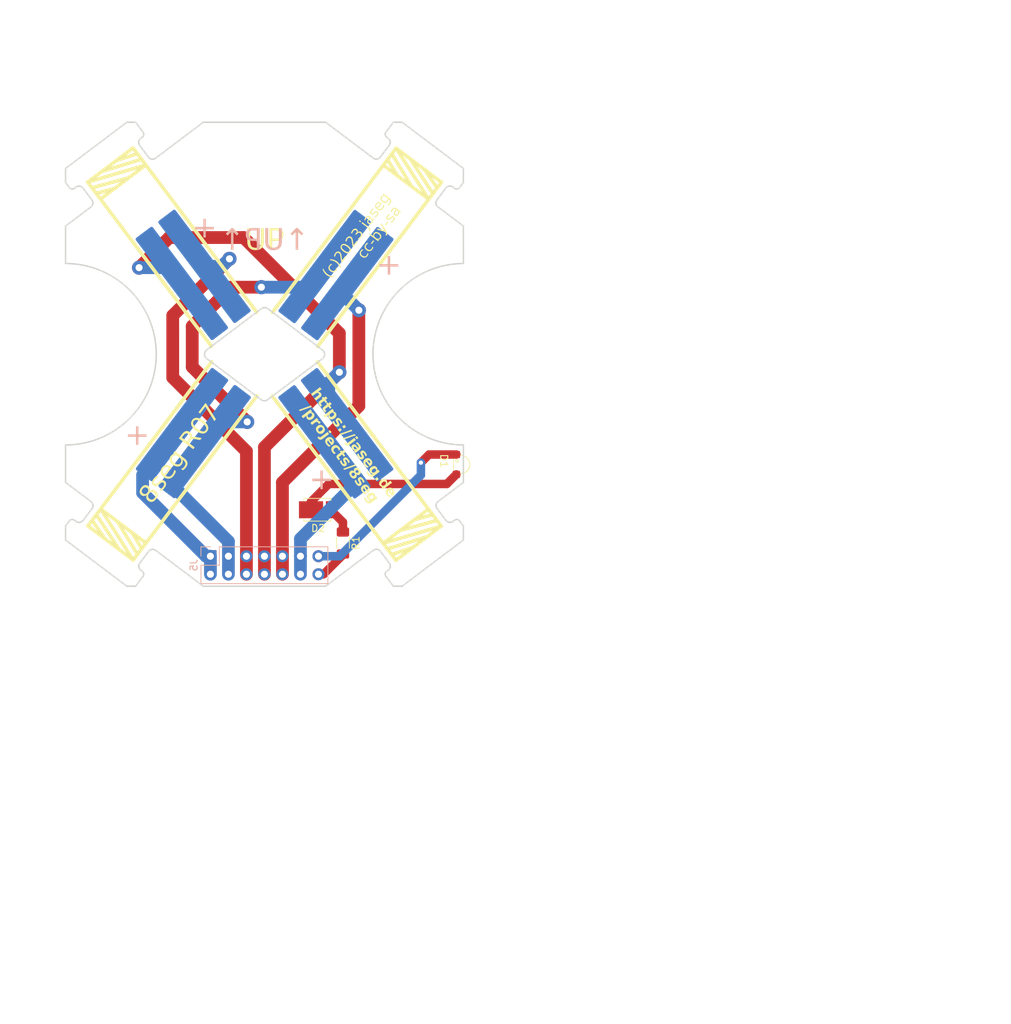
<source format=kicad_pcb>
(kicad_pcb (version 20230913) (generator pcbnew)

  (general
    (thickness 1.6)
  )

  (paper "A4")
  (layers
    (0 "F.Cu" signal)
    (31 "B.Cu" signal)
    (32 "B.Adhes" user "B.Adhesive")
    (33 "F.Adhes" user "F.Adhesive")
    (34 "B.Paste" user)
    (35 "F.Paste" user)
    (36 "B.SilkS" user "B.Silkscreen")
    (37 "F.SilkS" user "F.Silkscreen")
    (38 "B.Mask" user)
    (39 "F.Mask" user)
    (40 "Dwgs.User" user "User.Drawings")
    (41 "Cmts.User" user "User.Comments")
    (42 "Eco1.User" user "User.Eco1")
    (43 "Eco2.User" user "User.Eco2")
    (44 "Edge.Cuts" user)
    (45 "Margin" user)
    (46 "B.CrtYd" user "B.Courtyard")
    (47 "F.CrtYd" user "F.Courtyard")
    (48 "B.Fab" user)
    (49 "F.Fab" user)
  )

  (setup
    (stackup
      (layer "F.SilkS" (type "Top Silk Screen"))
      (layer "F.Paste" (type "Top Solder Paste"))
      (layer "F.Mask" (type "Top Solder Mask") (thickness 0.01))
      (layer "F.Cu" (type "copper") (thickness 0.035))
      (layer "dielectric 1" (type "core") (thickness 1.51) (material "FR4") (epsilon_r 4.5) (loss_tangent 0.02))
      (layer "B.Cu" (type "copper") (thickness 0.035))
      (layer "B.Mask" (type "Bottom Solder Mask") (thickness 0.01))
      (layer "B.Paste" (type "Bottom Solder Paste"))
      (layer "B.SilkS" (type "Bottom Silk Screen"))
      (copper_finish "None")
      (dielectric_constraints no)
    )
    (pad_to_mask_clearance 0)
    (pcbplotparams
      (layerselection 0x00010fc_ffffffff)
      (plot_on_all_layers_selection 0x0000000_00000000)
      (disableapertmacros false)
      (usegerberextensions false)
      (usegerberattributes false)
      (usegerberadvancedattributes false)
      (creategerberjobfile false)
      (dashed_line_dash_ratio 12.000000)
      (dashed_line_gap_ratio 3.000000)
      (svgprecision 6)
      (plotframeref false)
      (viasonmask false)
      (mode 1)
      (useauxorigin false)
      (hpglpennumber 1)
      (hpglpenspeed 20)
      (hpglpendiameter 15.000000)
      (pdf_front_fp_property_popups true)
      (pdf_back_fp_property_popups true)
      (dxfpolygonmode true)
      (dxfimperialunits true)
      (dxfusepcbnewfont true)
      (psnegative false)
      (psa4output false)
      (plotreference true)
      (plotvalue true)
      (plotfptext true)
      (plotinvisibletext false)
      (sketchpadsonfab false)
      (subtractmaskfromsilk false)
      (outputformat 1)
      (mirror false)
      (drillshape 0)
      (scaleselection 1)
      (outputdirectory "gerber")
    )
  )

  (property "board_date" "2023-11-04")
  (property "board_rev" "R07")

  (net 0 "")
  (net 1 "/C1")
  (net 2 "/C2")
  (net 3 "Net-(D2-A)")
  (net 4 "Net-(D1-K)")
  (net 5 "Net-(J5-Pin_14)")
  (net 6 "Net-(D1-A)")
  (net 7 "/Q2")
  (net 8 "/Q0")
  (net 9 "/Q3")
  (net 10 "/Q1")

  (footprint "center:led_tape_3528_2835" (layer "F.Cu") (at 199.675 126.6 -143))

  (footprint "center:led_tape_3528_2835" (layer "F.Cu") (at 156.225 126.575 143))

  (footprint "center:led_tape_3528_2835" (layer "F.Cu") (at 199.7 73.3 -37))

  (footprint "center:led_tape_3528_2835" (layer "F.Cu") (at 156.2 73.275 37))

  (footprint "Resistor_SMD:R_1206_3216Metric_Pad1.30x1.75mm_HandSolder" (layer "F.Cu") (at 189.005 126.575 -90))

  (footprint "footprints:LED_2835" (layer "F.Cu") (at 186.2 121.89))

  (footprint "MountingHole:MountingHole_3.2mm_M3" (layer "F.Cu") (at 177.936756 73))

  (footprint "footprints:Everlight_IR12-21C" (layer "F.Cu") (at 205.5 115.5 -90))

  (footprint "Connector_PinHeader_2.54mm:PinHeader_2x07_P2.54mm_Vertical" (layer "B.Cu") (at 170.312015 128.44 -90))

  (gr_line (start 149.75 99.956035) (end 206 99.956035)
    (stroke (width 0.1) (type default)) (layer "Dwgs.User") (tstamp 6ef5b31d-93bc-43a4-837b-486afee1fe2b))
  (gr_line (start 169.45 99.975) (end 186.475 99.975)
    (stroke (width 0.1) (type solid)) (layer "Dwgs.User") (tstamp 8d6b04c1-5265-40e1-b6fd-a7ed49b5d7ff))
  (gr_line (start 177.95 93.35) (end 177.95 106.55)
    (stroke (width 0.1) (type solid)) (layer "Dwgs.User") (tstamp b583db7a-dd4b-42ae-9612-a8c96d137454))
  (gr_line (start 195.063097 131.271699) (end 196.115747 132.669029)
    (stroke (width 0.2) (type solid)) (layer "Edge.Cuts") (tstamp 04efd217-d32d-43ca-8584-c988f02d860c))
  (gr_line (start 205.995762 126.154695) (end 205.995762 124.179621)
    (stroke (width 0.2) (type solid)) (layer "Edge.Cuts") (tstamp 0cfffb62-7143-47fc-b785-31d01f7c1dbf))
  (gr_line (start 152.336511 76.522584) (end 153.6 78.2)
    (stroke (width 0.2) (type solid)) (layer "Edge.Cuts") (tstamp 11f3c557-bb5a-41a3-9017-fc1134ff5ac9))
  (gr_line (start 206 87.16207) (end 205.995767 81.881428)
    (stroke (width 0.2) (type default)) (layer "Edge.Cuts") (tstamp 11febb48-4e77-4228-ba8f-6a7f713de29b))
  (gr_line (start 205.995767 73.757894) (end 197.350819 67.243046)
    (stroke (width 0.2) (type solid)) (layer "Edge.Cuts") (tstamp 126903cc-5693-4205-8d17-6a71a23c5b18))
  (gr_curve (pts (xy 161.605196 127.744259) (xy 161.83858 127.434551) (xy 162.275787 127.373419) (xy 162.585498 127.606799))
    (stroke (width 0.2) (type solid)) (layer "Edge.Cuts") (tstamp 14c11c4b-d836-4450-819a-98c99e7e1146))
  (gr_line (start 169.771105 99.357362) (end 177.497766 93.529296)
    (stroke (width 0.2) (type solid)) (layer "Edge.Cuts") (tstamp 186ad972-defa-4eef-80df-27e6b4996a5a))
  (gr_line (start 169.303435 67.243046) (end 162.572579 72.315087)
    (stroke (width 0.2) (type solid)) (layer "Edge.Cuts") (tstamp 18a40f80-f7cc-45a5-938b-c7064261c9c4))
  (gr_curve (pts (xy 195.394344 69.510091) (xy 195.704054 69.743475) (xy 195.765705 70.180683) (xy 195.532321 70.490393))
    (stroke (width 0.2) (type solid)) (layer "Edge.Cuts") (tstamp 18e7c045-74b4-4b86-911f-3d88a8afa9fa))
  (gr_line (start 186.570077 67.243046) (end 169.303435 67.243046)
    (stroke (width 0.2) (type solid)) (layer "Edge.Cuts") (tstamp 1ca53f3a-f1fa-4b53-a961-61b9836721f6))
  (gr_curve (pts (xy 177.909627 93.378918) (xy 178.086388 93.369361) (xy 178.260832 93.422628) (xy 178.402104 93.529296))
    (stroke (width 0.2) (type solid)) (layer "Edge.Cuts") (tstamp 1e74755d-8214-45e4-a138-d969010b8a1c))
  (gr_curve (pts (xy 195.113227 130.613859) (xy 194.933713 130.789447) (xy 194.912263 131.070937) (xy 195.063097 131.271699))
    (stroke (width 0.2) (type solid)) (layer "Edge.Cuts") (tstamp 1eabf6ac-d56e-409b-baf8-1a2d7865a37e))
  (gr_line (start 196.115747 132.669029) (end 197.350814 132.669029)
    (stroke (width 0.2) (type solid)) (layer "Edge.Cuts") (tstamp 21b080ab-75fe-49a8-97e3-7a8af43bf759))
  (gr_line (start 150.428101 123.4484) (end 149.877747 124.178588)
    (stroke (width 0.2) (type solid)) (layer "Edge.Cuts") (tstamp 26330481-ef67-40d2-88c5-789b971cbaa5))
  (gr_line (start 186.126714 100.568659) (end 178.36853 106.37709)
    (stroke (width 0.2) (type solid)) (layer "Edge.Cuts") (tstamp 348fad4a-8466-416c-9c2a-1cc1dfccf090))
  (gr_curve (pts (xy 160.810413 131.271699) (xy 160.960909 131.071382) (xy 160.939924 130.79061) (xy 160.761323 130.614889))
    (stroke (width 0.2) (type solid)) (layer "Edge.Cuts") (tstamp 35ebd2b6-1bc6-412d-b25c-574ac940eaa2))
  (gr_curve (pts (xy 204.799459 76.597514) (xy 205.017844 76.721392) (xy 205.294229 76.664125) (xy 205.445413 76.463672))
    (stroke (width 0.2) (type solid)) (layer "Edge.Cuts") (tstamp 38834709-2352-446a-ac65-b1a633cc0004))
  (gr_curve (pts (xy 195.063102 68.640377) (xy 194.912608 68.840694) (xy 194.933593 69.121464) (xy 195.112192 69.297184))
    (stroke (width 0.2) (type solid)) (layer "Edge.Cuts") (tstamp 3f01a246-c31a-4579-bd3b-dd664af63a55))
  (gr_curve (pts (xy 151.355693 76.385122) (xy 151.665404 76.151739) (xy 152.103129 76.212871) (xy 152.336511 76.522584))
    (stroke (width 0.2) (type solid)) (layer "Edge.Cuts") (tstamp 3fba8138-a699-4e0f-a961-a82dc289d954))
  (gr_curve (pts (xy 152.349431 123.398791) (xy 152.116047 123.708501) (xy 151.678323 123.770151) (xy 151.368612 123.536767))
    (stroke (width 0.2) (type solid)) (layer "Edge.Cuts") (tstamp 400021ba-d6e8-4b66-948d-db273b5553c8))
  (gr_line (start 158.523731 132.669029) (end 159.757247 132.669029)
    (stroke (width 0.2) (type solid)) (layer "Edge.Cuts") (tstamp 4722eeb0-4d17-42da-ad73-50ebd7e0414a))
  (gr_curve (pts (xy 204.517823 123.526948) (xy 204.20811 123.760332) (xy 203.770904 123.698683) (xy 203.537521 123.388972))
    (stroke (width 0.2) (type solid)) (layer "Edge.Cuts") (tstamp 48023b20-a82d-4c06-bc1a-7ba8dedcd436))
  (gr_curve (pts (xy 169.771105 100.554706) (xy 169.583317 100.41296) (xy 169.47292 100.191314) (xy 169.47292 99.956034))
    (stroke (width 0.2) (type solid)) (layer "Edge.Cuts") (tstamp 4afa8961-4c21-4ba1-a310-ab0e39182909))
  (gr_line (start 169.303435 132.669029) (end 186.570596 132.669029)
    (stroke (width 0.2) (type solid)) (layer "Edge.Cuts") (tstamp 4b0b1f85-0197-4466-8d45-1186a25d2278))
  (gr_curve (pts (xy 150.428618 76.463672) (xy 150.579297 76.663358) (xy 150.854355 76.720974) (xy 151.072506 76.598546))
    (stroke (width 0.2) (type solid)) (layer "Edge.Cuts") (tstamp 4c88563c-0d3a-4f98-b03e-46a03e3d147d))
  (gr_line (start 153.462541 79.180302) (end 149.877747 81.881428)
    (stroke (width 0.2) (type solid)) (layer "Edge.Cuts") (tstamp 4e8190bd-f0f5-4187-8363-1bf6c1d512f4))
  (gr_curve (pts (xy 202.273513 121.712072) (xy 202.04013 121.402361) (xy 202.10178 120.965154) (xy 202.411491 120.73177))
    (stroke (width 0.2) (type solid)) (layer "Edge.Cuts") (tstamp 50c3136d-4e28-4dc9-b459-08f4ccd6792d))
  (gr_line (start 160.466248 69.51991) (end 160.76132 69.297702)
    (stroke (width 0.2) (type solid)) (layer "Edge.Cuts") (tstamp 50f395ba-5d7f-4cee-9d8e-327ac93b9fe4))
  (gr_line (start 160.341708 129.421679) (end 161.605196 127.744259)
    (stroke (width 0.2) (type solid)) (layer "Edge.Cuts") (tstamp 53f5184b-91a3-4902-b7f6-0d40cd33d9f4))
  (gr_line (start 160.761323 130.614889) (end 160.479167 130.401979)
    (stroke (width 0.2) (type solid)) (layer "Edge.Cuts") (tstamp 5406538e-1866-4f17-a174-0ebe67decea0))
  (gr_line (start 195.407267 130.392159) (end 195.113227 130.613859)
    (stroke (width 0.2) (type solid)) (layer "Edge.Cuts") (tstamp 57618f7c-d8ba-425d-90be-e98a8c8ff574))
  (gr_line (start 161.592277 72.177112) (end 160.328789 70.500212)
    (stroke (width 0.2) (type solid)) (layer "Edge.Cuts") (tstamp 57a3b57c-3d16-43de-a9e9-756120baf567))
  (gr_line (start 153.612919 121.72189) (end 152.349431 123.398791)
    (stroke (width 0.2) (type solid)) (layer "Edge.Cuts") (tstamp 5afad60c-44fb-41a1-bd60-0427c477efc4))
  (gr_line (start 205.995767 81.881428) (end 202.398571 79.170484)
    (stroke (width 0.2) (type solid)) (layer "Edge.Cuts") (tstamp 5b27d08f-3f5a-4255-bbe7-956f47e15bb1))
  (gr_line (start 193.288015 72.305268) (end 186.570077 67.243046)
    (stroke (width 0.2) (type solid)) (layer "Edge.Cuts") (tstamp 5c399808-91a1-4ee1-b46b-9843aabe7b5d))
  (gr_line (start 204.799975 123.314558) (end 204.517823 123.526948)
    (stroke (width 0.2) (type solid)) (layer "Edge.Cuts") (tstamp 6509f08b-c7ed-4a46-ad0a-d1f4acfcd92f))
  (gr_line (start 205.995762 124.179621) (end 205.444891 123.4484)
    (stroke (width 0.2) (type solid)) (layer "Edge.Cuts") (tstamp 68f13e96-0a45-4200-93b2-fd81be5966a8))
  (gr_line (start 197.350819 67.243046) (end 196.116784 67.243046)
    (stroke (width 0.2) (type solid)) (layer "Edge.Cuts") (tstamp 6bcfa47d-fbff-49e6-9975-64d9051816b0))
  (gr_line (start 177.909627 93.378918) (end 177.909627 93.378918)
    (stroke (width 0.2) (type solid)) (layer "Edge.Cuts") (tstamp 6d2e2812-1bf4-4037-8f74-6f222ff174d4))
  (gr_curve (pts (xy 204.504903 76.375306) (xy 204.504903 76.375306) (xy 204.799459 76.597514) (xy 204.799459 76.597514))
    (stroke (width 0.2) (type solid)) (layer "Edge.Cuts") (tstamp 6e8910b1-8a6b-4d7f-a062-3ac70e8b7695))
  (gr_line (start 195.112192 69.297184) (end 195.394344 69.510091)
    (stroke (width 0.2) (type solid)) (layer "Edge.Cuts") (tstamp 6f1efeca-ba61-4a4f-a111-a62d684129c5))
  (gr_line (start 159.757761 67.243046) (end 158.522697 67.243046)
    (stroke (width 0.2) (type solid)) (layer "Edge.Cuts") (tstamp 75eb5fd3-397f-4ad4-8d25-6b99d25a02ad))
  (gr_line (start 186.570596 132.669029) (end 193.300933 127.596989)
    (stroke (width 0.2) (type solid)) (layer "Edge.Cuts") (tstamp 7700163a-af51-4234-af45-f5b77fb360a5))
  (gr_curve (pts (xy 151.368612 123.536767) (xy 151.368612 123.536767) (xy 151.073023 123.314041) (xy 151.073023 123.314041))
    (stroke (width 0.2) (type solid)) (layer "Edge.Cuts") (tstamp 77995224-887c-41d8-b339-c869b3bff00e))
  (gr_line (start 205.995767 118.030643) (end 206 112.75)
    (stroke (width 0.2) (type default)) (layer "Edge.Cuts") (tstamp 7e9435ef-ac8e-4dc2-9796-2c5422962cee))
  (gr_curve (pts (xy 205.444891 123.4484) (xy 205.293812 123.248513) (xy 205.018119 123.191297) (xy 204.799975 123.314558))
    (stroke (width 0.2) (type solid)) (layer "Edge.Cuts") (tstamp 7f5e8f98-90e6-462b-9be2-1a8b0cc74dbb))
  (gr_line (start 149.877747 124.178588) (end 149.877747 126.154178)
    (stroke (width 0.2) (type solid)) (layer "Edge.Cuts") (tstamp 80dd6165-680d-4d0d-9876-be8f42e1ea13))
  (gr_curve (pts (xy 178.36853 106.37709) (xy 178.100481 106.57699) (xy 177.732482 106.575318) (xy 177.466261 106.37299))
    (stroke (width 0.2) (type solid)) (layer "Edge.Cuts") (tstamp 8244b9b3-6246-411a-a373-287525178d25))
  (gr_arc (start 149.877747 87.162071) (mid 162.671712 99.956036) (end 149.877747 112.750001)
    (stroke (width 0.2) (type default)) (layer "Edge.Cuts") (tstamp 896a97be-a2d0-4479-a255-ced5ac25b4a5))
  (gr_curve (pts (xy 177.466261 106.37299) (xy 177.466261 106.37299) (xy 169.771105 100.554706) (xy 169.771105 100.554706))
    (stroke (width 0.2) (type solid)) (layer "Edge.Cuts") (tstamp 8d5c7d1c-7632-4bda-900c-4e252e2169fd))
  (gr_line (start 195.532321 70.490393) (end 194.268314 72.167809)
    (stroke (width 0.2) (type solid)) (layer "Edge.Cuts") (tstamp 9031fcdc-7ce9-4895-bc64-671ee3b3f21f))
  (gr_curve (pts (xy 153.6 78.2) (xy 153.833384 78.50971) (xy 153.772252 78.946919) (xy 153.462541 79.180302))
    (stroke (width 0.2) (type solid)) (layer "Edge.Cuts") (tstamp 99a651ed-c501-4d00-a3cd-0181fbc3ce9e))
  (gr_line (start 196.116784 67.243046) (end 195.063102 68.640377)
    (stroke (width 0.2) (type solid)) (layer "Edge.Cuts") (tstamp 9b83737e-d28e-4315-9c7c-6776e3dd6d3e))
  (gr_curve (pts (xy 160.76132 69.297702) (xy 160.940512 69.12184) (xy 160.961516 68.84037) (xy 160.81041 68.63986))
    (stroke (width 0.2) (type solid)) (layer "Edge.Cuts") (tstamp 9b9649fc-1fb2-4d51-8eed-25bea1786091))
  (gr_line (start 203.537521 123.388972) (end 202.273513 121.712072)
    (stroke (width 0.2) (type solid)) (layer "Edge.Cuts") (tstamp 9d072af7-536b-4653-bf20-2b8cbc8a772e))
  (gr_line (start 205.445413 76.463672) (end 205.995767 75.733483)
    (stroke (width 0.2) (type solid)) (layer "Edge.Cuts") (tstamp 9e73450f-860e-4d29-8bab-93b1b36f7fdf))
  (gr_line (start 149.877747 118.030643) (end 153.47546 120.741589)
    (stroke (width 0.2) (type solid)) (layer "Edge.Cuts") (tstamp a153a946-cbf8-4474-9b99-4103b7898ffe))
  (gr_line (start 162.585498 127.606799) (end 169.303435 132.669029)
    (stroke (width 0.2) (type solid)) (layer "Edge.Cuts") (tstamp a186c7d2-6904-421e-87c9-de31cba0ca8c))
  (gr_curve (pts (xy 151.073023 123.314041) (xy 150.854754 123.190888) (xy 150.579032 123.24833) (xy 150.428101 123.4484))
    (stroke (width 0.2) (type solid)) (layer "Edge.Cuts") (tstamp a26481dd-1d05-4e1e-9baf-74b99c399007))
  (gr_line (start 205.995767 75.733483) (end 205.995767 73.757894)
    (stroke (width 0.2) (type solid)) (layer "Edge.Cuts") (tstamp af5cbfde-0bf5-4dfd-86db-1ddb0d9a8509))
  (gr_curve (pts (xy 149.877747 75.732451) (xy 149.877747 75.732451) (xy 150.428618 76.463672) (xy 150.428618 76.463672))
    (stroke (width 0.2) (type solid)) (layer "Edge.Cuts") (tstamp b4b2300e-0d34-41cc-a72b-e22de988a4b7))
  (gr_line (start 202.260597 78.190181) (end 203.524601 76.513281)
    (stroke (width 0.2) (type solid)) (layer "Edge.Cuts") (tstamp b7392627-b342-456a-a419-9a989099bfd3))
  (gr_curve (pts (xy 202.398571 79.170484) (xy 202.088861 78.9371) (xy 202.02721 78.499892) (xy 202.260597 78.190181))
    (stroke (width 0.2) (type solid)) (layer "Edge.Cuts") (tstamp b757359e-bae5-4d2f-8e45-198f6ac3f460))
  (gr_line (start 194.281237 127.734439) (end 195.545244 129.411859)
    (stroke (width 0.2) (type solid)) (layer "Edge.Cuts") (tstamp bf2a7eaa-9bb2-4e69-8f91-210fc0b3c77c))
  (gr_curve (pts (xy 186.428075 99.969853) (xy 186.427367 100.205738) (xy 186.315736 100.427548) (xy 186.126714 100.568659))
    (stroke (width 0.2) (type solid)) (layer "Edge.Cuts") (tstamp bf6c6f84-dceb-4d40-84e0-0ded20796c00))
  (gr_curve (pts (xy 194.268314 72.167809) (xy 194.034931 72.47752) (xy 193.597725 72.538652) (xy 193.288015 72.305268))
    (stroke (width 0.2) (type solid)) (layer "Edge.Cuts") (tstamp c3f99283-03f0-421e-9a9e-312784858a5e))
  (gr_line (start 151.072506 76.598546) (end 151.355693 76.385122)
    (stroke (width 0.2) (type solid)) (layer "Edge.Cuts") (tstamp c4995ea9-0c62-4538-bbcb-e5e92d296aa0))
  (gr_curve (pts (xy 169.47292 99.956034) (xy 169.47292 99.720754) (xy 169.583317 99.499109) (xy 169.771105 99.357362))
    (stroke (width 0.2) (type solid)) (layer "Edge.Cuts") (tstamp c5989ff8-fdb0-4d81-8d63-707ec54ad1c2))
  (gr_line (start 149.877747 126.154178) (end 158.523731 132.669029)
    (stroke (width 0.2) (type solid)) (layer "Edge.Cuts") (tstamp cbf13893-d950-4e62-bcd5-1b3095883fe7))
  (gr_curve (pts (xy 153.47546 120.741589) (xy 153.785171 120.974972) (xy 153.846303 121.412179) (xy 153.612919 121.72189))
    (stroke (width 0.2) (type solid)) (layer "Edge.Cuts") (tstamp cd9416df-8d60-4333-afa7-2c09fef22cd9))
  (gr_curve (pts (xy 186.130314 99.369248) (xy 186.318486 99.511492) (xy 186.428783 99.733969) (xy 186.428075 99.969853))
    (stroke (width 0.2) (type solid)) (layer "Edge.Cuts") (tstamp cea703cf-69a6-4910-ae84-d4b2432aa561))
  (gr_line (start 149.877747 73.757894) (end 149.877747 75.732451)
    (stroke (width 0.2) (type solid)) (layer "Edge.Cuts") (tstamp cfc26a1b-2e36-4b2e-81a9-0a62cced8290))
  (gr_curve (pts (xy 195.545244 129.411859) (xy 195.778628 129.721569) (xy 195.716977 130.158779) (xy 195.407267 130.392159))
    (stroke (width 0.2) (type solid)) (layer "Edge.Cuts") (tstamp d0e9574e-d03e-4838-919b-9f01d3758f18))
  (gr_line (start 149.877747 118.030643) (end 149.877747 112.750001)
    (stroke (width 0.2) (type default)) (layer "Edge.Cuts") (tstamp d14c71c3-90d8-4f1b-bb79-7df3ea42e9ce))
  (gr_line (start 149.877747 87.162071) (end 149.877747 81.881428)
    (stroke (width 0.2) (type default)) (layer "Edge.Cuts") (tstamp d1778e64-0910-4885-a2ff-2738067f4ae1))
  (gr_curve (pts (xy 160.328789 70.500212) (xy 160.095405 70.190501) (xy 160.156537 69.753293) (xy 160.466248 69.51991))
    (stroke (width 0.2) (type solid)) (layer "Edge.Cuts") (tstamp d405ec10-a269-4c33-adca-278336c3284e))
  (gr_line (start 202.411491 120.73177) (end 205.995767 118.030643)
    (stroke (width 0.2) (type solid)) (layer "Edge.Cuts") (tstamp d971f234-c645-48e1-96ca-ff0c1bc722e3))
  (gr_curve (pts (xy 203.524601 76.513281) (xy 203.757985 76.20357) (xy 204.195193 76.141917) (xy 204.504903 76.375306))
    (stroke (width 0.2) (type solid)) (layer "Edge.Cuts") (tstamp db5faa69-d0af-43c2-a67f-567c0883b564))
  (gr_curve (pts (xy 162.572579 72.315087) (xy 162.26287 72.548471) (xy 161.825661 72.486823) (xy 161.592277 72.177112))
    (stroke (width 0.2) (type solid)) (layer "Edge.Cuts") (tstamp e1b3edb0-034f-4350-8b9f-b1fad5345c9e))
  (gr_line (start 158.522697 67.243046) (end 149.877747 73.757894)
    (stroke (width 0.2) (type solid)) (layer "Edge.Cuts") (tstamp e578b2e0-d167-4792-b668-444fe9aa537d))
  (gr_curve (pts (xy 160.479167 130.401979) (xy 160.169456 130.168599) (xy 160.108324 129.731389) (xy 160.341708 129.421679))
    (stroke (width 0.2) (type solid)) (layer "Edge.Cuts") (tstamp e703be12-ca82-4d58-b324-d44405cdfab1))
  (gr_line (start 160.81041 68.63986) (end 159.757761 67.243046)
    (stroke (width 0.2) (type solid)) (layer "Edge.Cuts") (tstamp e76d77b2-d760-4b0c-9146-853d28f6ff4f))
  (gr_arc (start 206 112.75) (mid 193.206035 99.956035) (end 206 87.16207)
    (stroke (width 0.2) (type default)) (layer "Edge.Cuts") (tstamp e81de413-2613-4b9e-99ba-d52e3effde22))
  (gr_curve (pts (xy 193.300933 127.596989) (xy 193.610648 127.3636) (xy 194.047853 127.424732) (xy 194.281237 127.734439))
    (stroke (width 0.2) (type solid)) (layer "Edge.Cuts") (tstamp e85c3198-76d5-4cf3-893b-18be75ef853b))
  (gr_line (start 178.402104 93.529296) (end 186.130314 99.369248)
    (stroke (width 0.2) (type solid)) (layer "Edge.Cuts") (tstamp f17250c9-5149-4bcf-86a5-1b08f69430ce))
  (gr_line (start 197.350814 132.669029) (end 205.995762 126.154695)
    (stroke (width 0.2) (type solid)) (layer "Edge.Cuts") (tstamp f4a69e8a-89bd-44ff-970f-a206bee177a2))
  (gr_curve (pts (xy 177.497766 93.529296) (xy 177.61701 93.439268) (xy 177.760427 93.386904) (xy 177.909627 93.378918))
    (stroke (width 0.2) (type solid)) (layer "Edge.Cuts") (tstamp fb41711d-128e-4767-b7cb-02764255fff7))
  (gr_curve (pts (xy 159.757247 132.669029) (xy 159.757247 132.669029) (xy 160.810413 131.271699) (xy 160.810413 131.271699))
    (stroke (width 0.2) (type solid)) (layer "Edge.Cuts") (tstamp fc051803-fc31-41b1-8afb-85315da3269f))
  (gr_text locked "↑UP↑" (at 177.95 83.975 0) (layer "B.SilkS") (tstamp 00000000-0000-0000-0000-00005c2a4e04)
    (effects (font (face "Inter Medium") (size 3 3) (thickness 0.6)) (justify mirror))
    (render_cache "↑UP↑" 0
      (polygon
        (pts
          (xy 183.028541 85.22)          (xy 183.028541 82.864277)          (xy 183.926133 83.764801)          (xy 184.198708 83.495157)
          (xy 182.833635 82.132281)          (xy 181.471492 83.495157)          (xy 181.738206 83.764801)          (xy 182.638729 82.864277)
          (xy 182.638729 85.22)
        )
      )
      (polygon
        (pts
          (xy 178.53032 82.1506)          (xy 178.06577 82.1506)          (xy 178.06577 84.169267)          (xy 178.066363 84.209278)
          (xy 178.06814 84.248711)          (xy 178.071102 84.287565)          (xy 178.07525 84.325842)          (xy 178.080582 84.36354)
          (xy 178.087099 84.40066)          (xy 178.094802 84.437202)          (xy 178.103689 84.473166)          (xy 178.113761 84.508552)
          (xy 178.125018 84.543359)          (xy 178.13746 84.577588)          (xy 178.151087 84.611239)          (xy 178.165899 84.644312)
          (xy 178.181896 84.676807)          (xy 178.199078 84.708724)          (xy 178.217445 84.740062)          (xy 178.236796 84.770608)
          (xy 178.257115 84.800329)          (xy 178.278402 84.829226)          (xy 178.300655 84.857299)          (xy 178.323877 84.884547)
          (xy 178.348065 84.910971)          (xy 178.373221 84.936571)          (xy 178.399345 84.961346)          (xy 178.426436 84.985297)
          (xy 178.454494 85.008424)          (xy 178.48352 85.030727)          (xy 178.513513 85.052205)          (xy 178.544474 85.072858)
          (xy 178.576402 85.092688)          (xy 178.609297 85.111693)          (xy 178.64316 85.129874)          (xy 178.677784 85.146999)
          (xy 178.713147 85.163018)          (xy 178.749248 85.177933)          (xy 178.786088 85.191744)          (xy 178.823666 85.204449)
          (xy 178.861983 85.21605)          (xy 178.901038 85.226545)          (xy 178.940831 85.235936)          (xy 178.981363 85.244222)
          (xy 179.022633 85.251404)          (xy 179.064642 85.25748)          (xy 179.10739 85.262452)          (xy 179.150875 85.266319)
          (xy 179.195099 85.269081)          (xy 179.240062 85.270738)          (xy 179.285763 85.27129)          (xy 179.33129 85.270738)
          (xy 179.376095 85.269081)          (xy 179.420179 85.266319)          (xy 179.463541 85.262452)          (xy 179.506183 85.25748)
          (xy 179.548103 85.251404)          (xy 179.589302 85.244222)          (xy 179.629779 85.235936)          (xy 179.669535 85.226545)
          (xy 179.70857 85.21605)          (xy 179.746884 85.204449)          (xy 179.784477 85.191744)          (xy 179.821348 85.177933)
          (xy 179.857497 85.163018)          (xy 179.892926 85.146999)          (xy 179.927633 85.129874)          (xy 179.96141 85.111693)
          (xy 179.994231 85.092688)          (xy 180.026097 85.072858)          (xy 180.057006 85.052205)          (xy 180.086959 85.030727)
          (xy 180.115956 85.008424)          (xy 180.143997 84.985297)          (xy 180.171082 84.961346)          (xy 180.197212 84.936571)
          (xy 180.222385 84.910971)          (xy 180.246602 84.884547)          (xy 180.269863 84.857299)          (xy 180.292169 84.829226)
          (xy 180.313518 84.800329)          (xy 180.333911 84.770608)          (xy 180.353349 84.740062)          (xy 180.371627 84.708724)
          (xy 180.388726 84.676807)          (xy 180.404645 84.644312)          (xy 180.419386 84.611239)          (xy 180.432947 84.577588)
          (xy 180.445329 84.543359)          (xy 180.456532 84.508552)          (xy 180.466555 84.473166)          (xy 180.475399 84.437202)
          (xy 180.483064 84.40066)          (xy 180.48955 84.36354)          (xy 180.494857 84.325842)          (xy 180.498984 84.287565)
          (xy 180.501932 84.248711)          (xy 180.503701 84.209278)          (xy 180.504291 84.169267)          (xy 180.504291 82.1506)
          (xy 180.041206 82.1506)          (xy 180.041206 84.131898)          (xy 180.040395 84.17051)          (xy 180.037961 84.20831)
          (xy 180.033903 84.2453)          (xy 180.028223 84.281477)          (xy 180.02092 84.316844)          (xy 180.011994 84.351398)
          (xy 180.001446 84.385142)          (xy 179.989274 84.418074)          (xy 179.97548 84.450194)          (xy 179.960062 84.481504)
          (xy 179.948882 84.501926)          (xy 179.930896 84.531676)          (xy 179.911556 84.560203)          (xy 179.890865 84.587507)
          (xy 179.86882 84.613586)          (xy 179.845424 84.638443)          (xy 179.820675 84.662075)          (xy 179.794574 84.684484)
          (xy 179.76712 84.70567)          (xy 179.738314 84.725632)          (xy 179.708155 84.74437)          (xy 179.687298 84.756182)
          (xy 179.655008 84.772682)          (xy 179.62161 84.787558)          (xy 179.587105 84.800812)          (xy 179.551492 84.812442)
          (xy 179.514771 84.82245)          (xy 179.476942 84.830835)          (xy 179.438006 84.837597)          (xy 179.397962 84.842736)
          (xy 179.356811 84.846252)          (xy 179.314551 84.848145)          (xy 179.285763 84.848506)          (xy 179.242497 84.847695)
          (xy 179.200352 84.84526)          (xy 179.159327 84.841203)          (xy 179.119422 84.835523)          (xy 179.080639 84.82822)
          (xy 179.042975 84.819294)          (xy 179.006433 84.808746)          (xy 178.97101 84.796574)          (xy 178.936709 84.78278)
          (xy 178.903528 84.767362)          (xy 178.88203 84.756182)          (xy 178.850727 84.73826)          (xy 178.820841 84.719114)
          (xy 178.792372 84.698744)          (xy 178.76532 84.677151)          (xy 178.739684 84.654334)          (xy 178.715466 84.630293)
          (xy 178.692664 84.605029)          (xy 178.671279 84.578541)          (xy 178.65131 84.55083)          (xy 178.632759 84.521895)
          (xy 178.621178 84.501926)          (xy 178.604941 84.471157)          (xy 178.590301 84.439578)          (xy 178.577258 84.407187)
          (xy 178.565812 84.373984)          (xy 178.555963 84.33997)          (xy 178.547711 84.305145)          (xy 178.541056 84.269508)
          (xy 178.535999 84.23306)          (xy 178.532538 84.1958)          (xy 178.530675 84.157729)          (xy 178.53032 84.131898)
        )
      )
      (polygon
        (pts
          (xy 177.406314 85.22)          (xy 177.406314 82.1506)          (xy 176.312351 82.1506)          (xy 176.268044 82.151109)
          (xy 176.224698 82.152638)          (xy 176.182314 82.155185)          (xy 176.140892 82.158751)          (xy 176.100432 82.163337)
          (xy 176.060933 82.168941)          (xy 176.022396 82.175564)          (xy 175.984821 82.183206)          (xy 175.948208 82.191867)
          (xy 175.912556 82.201547)          (xy 175.877866 82.212246)          (xy 175.844137 82.223964)          (xy 175.81137 82.236701)
          (xy 175.779565 82.250457)          (xy 175.748722 82.265232)          (xy 175.718841 82.281025)          (xy 175.689815 82.297701)
          (xy 175.661722 82.31512)          (xy 175.634563 82.333284)          (xy 175.608336 82.352192)          (xy 175.583043 82.371844)
          (xy 175.558682 82.39224)          (xy 175.535255 82.41338)          (xy 175.512761 82.435265)          (xy 175.4912 82.457893)
          (xy 175.470572 82.481266)          (xy 175.450877 82.505383)          (xy 175.432115 82.530245)          (xy 175.414286 82.55585)
          (xy 175.39739 82.5822)          (xy 175.381428 82.609293)          (xy 175.366398 82.637131)          (xy 175.352202 82.665473)
          (xy 175.338921 82.694261)          (xy 175.326556 82.723496)          (xy 175.315107 82.753177)          (xy 175.304574 82.783305)
          (xy 175.294957 82.813879)          (xy 175.286256 82.8449)          (xy 175.278471 82.876367)          (xy 175.271601 82.908281)
          (xy 175.265648 82.940641)          (xy 175.26061 82.973448)          (xy 175.256489 83.006701)          (xy 175.253283 83.040401)
          (xy 175.250993 83.074547)          (xy 175.24962 83.10914)          (xy 175.249162 83.14418)          (xy 175.249622 83.179399)
          (xy 175.251005 83.214167)          (xy 175.253309 83.248482)          (xy 175.256535 83.282345)          (xy 175.260682 83.315755)
          (xy 175.265751 83.348714)          (xy 175.271742 83.38122)          (xy 175.278654 83.413274)          (xy 175.286488 83.444876)
          (xy 175.295243 83.476025)          (xy 175.304921 83.506723)          (xy 175.315519 83.536968)          (xy 175.32704 83.566761)
          (xy 175.339482 83.596101)          (xy 175.352846 83.62499)          (xy 175.367131 83.653426)          (xy 175.382252 83.681178)
          (xy 175.398306 83.708197)          (xy 175.415293 83.734484)          (xy 175.433214 83.760038)          (xy 175.452067 83.784859)
          (xy 175.471854 83.808948)          (xy 175.492573 83.832303)          (xy 175.514226 83.854926)          (xy 175.536812 83.876816)
          (xy 175.560331 83.897974)          (xy 175.584783 83.918399)          (xy 175.610168 83.938091)          (xy 175.636486 83.95705)
          (xy 175.663737 83.975277)          (xy 175.691921 83.992771)          (xy 175.721039 84.009532)          (xy 175.751003 84.025414)
          (xy 175.781913 84.040272)          (xy 175.813766 84.054105)          (xy 175.846564 84.066914)          (xy 175.880307 84.078698)
          (xy 175.914994 84.089457)          (xy 175.950626 84.099191)          (xy 175.987202 84.107901)          (xy 176.024723 84.115586)
          (xy 176.063189 84.122246)          (xy 176.102599 84.127882)          (xy 176.142953 84.132493)          (xy 176.184252 84.136079)
          (xy 176.226496 84.138641)          (xy 176.269684 84.140178)          (xy 176.313816 84.14069)          (xy 177.065596 84.14069)
          (xy 177.065596 83.747948)          (xy 176.355582 83.747948)          (xy 176.313883 83.747259)          (xy 176.273691 83.745192)
          (xy 176.235006 83.741746)          (xy 176.197828 83.736923)          (xy 176.162156 83.730721)          (xy 176.127992 83.723141)
          (xy 176.095335 83.714183)          (xy 176.064185 83.703847)          (xy 176.034541 83.692132)          (xy 176.006405 83.67904)
          (xy 175.988485 83.669546)          (xy 175.962632 83.654337)          (xy 175.938107 83.63811)          (xy 175.90747 83.614892)
          (xy 175.879191 83.589865)          (xy 175.853271 83.563028)          (xy 175.829709 83.534383)          (xy 175.808505 83.503929)
          (xy 175.789661 83.471666)          (xy 175.781123 83.454856)          (xy 175.765667 83.420029)          (xy 175.752271 83.384057)
          (xy 175.740937 83.346939)          (xy 175.733789 83.31835)          (xy 175.727799 83.289117)          (xy 175.722969 83.259239)
          (xy 175.719299 83.228718)          (xy 175.716787 83.197553)          (xy 175.715435 83.165744)          (xy 175.715177 83.14418)
          (xy 175.715757 83.11196)          (xy 175.717495 83.080424)          (xy 175.720393 83.04957)          (xy 175.724451 83.019398)
          (xy 175.729667 82.989909)          (xy 175.736043 82.961103)          (xy 175.746347 82.923757)          (xy 175.758711 82.887624)
          (xy 175.773137 82.852705)          (xy 175.781123 82.835701)          (xy 175.7988 82.802911)          (xy 175.818858 82.771953)
          (xy 175.841298 82.742827)          (xy 175.866119 82.715533)          (xy 175.893322 82.690071)          (xy 175.922906 82.666441)
          (xy 175.954871 82.644642)          (xy 175.980408 82.629495)          (xy 175.989217 82.624675)          (xy 176.016519 82.610926)
          (xy 176.045391 82.598529)          (xy 176.075835 82.587484)          (xy 176.107851 82.577792)          (xy 176.141437 82.569452)
          (xy 176.176596 82.562465)          (xy 176.213325 82.55683)          (xy 176.251626 82.552547)          (xy 176.291498 82.549617)
          (xy 176.332942 82.548039)          (xy 176.361444 82.547739)          (xy 176.94323 82.547739)          (xy 176.94323 85.22)
        )
      )
      (polygon
        (pts
          (xy 173.239287 85.22)          (xy 173.239287 82.864277)          (xy 174.13688 83.764801)          (xy 174.409455 83.495157)
          (xy 173.044381 82.132281)          (xy 171.682239 83.495157)          (xy 171.948952 83.764801)          (xy 172.849476 82.864277)
          (xy 172.849476 85.22)
        )
      )
    )
  )
  (gr_text "+" (at 161.75 113.25 0) (layer "B.SilkS") (tstamp 4943309a-cc78-4fe4-839d-7001fdd29172)
    (effects (font (face "Inter Medium") (size 3 3) (thickness 0.15)) (justify left bottom mirror))
    (render_cache "+" 0
      (polygon
        (pts
          (xy 160.546127 112.545094)          (xy 160.546127 110.519099)          (xy 160.143126 110.519099)          (xy 160.143126 112.545094)
        )
      )
      (polygon
        (pts
          (xy 161.357257 111.732498)          (xy 161.357257 111.329497)          (xy 159.331263 111.329497)          (xy 159.331263 111.732498)
        )
      )
    )
  )
  (gr_text "+" (at 187.75 119.5 0) (layer "B.SilkS") (tstamp 5069f345-e202-4a1d-8d3b-d05afe111f60)
    (effects (font (face "Inter Medium") (size 3 3) (thickness 0.15)) (justify left bottom mirror))
    (render_cache "+" 0
      (polygon
        (pts
          (xy 186.546127 118.795094)          (xy 186.546127 116.769099)          (xy 186.143126 116.769099)          (xy 186.143126 118.795094)
        )
      )
      (polygon
        (pts
          (xy 187.357257 117.982498)          (xy 187.357257 117.579497)          (xy 185.331263 117.579497)          (xy 185.331263 117.982498)
        )
      )
    )
  )
  (gr_text "+" (at 197.25 89.25 0) (layer "B.SilkS") (tstamp 85cde292-3d87-4776-bcdf-894024d55833)
    (effects (font (face "Inter Medium") (size 3 3) (thickness 0.15)) (justify left bottom mirror))
    (render_cache "+" 0
      (polygon
        (pts
          (xy 196.046127 88.545094)          (xy 196.046127 86.519099)          (xy 195.643126 86.519099)          (xy 195.643126 88.545094)
        )
      )
      (polygon
        (pts
          (xy 196.857257 87.732498)          (xy 196.857257 87.329497)          (xy 194.831263 87.329497)          (xy 194.831263 87.732498)
        )
      )
    )
  )
  (gr_text "+" (at 171.25 84 0) (layer "B.SilkS") (tstamp d5f5518b-7df5-445c-9e2b-10197314df9d)
    (effects (font (face "Inter Medium") (size 3 3) (thickness 0.15)) (justify left bottom mirror))
    (render_cache "+" 0
      (polygon
        (pts
          (xy 170.046127 83.295094)          (xy 170.046127 81.269099)          (xy 169.643126 81.269099)          (xy 169.643126 83.295094)
        )
      )
      (polygon
        (pts
          (xy 170.857257 82.482498)          (xy 170.857257 82.079497)          (xy 168.831263 82.079497)          (xy 168.831263 82.482498)
        )
      )
    )
  )
  (gr_text "8seg ${board_rev}" (at 166.056995 114.061317 53) (layer "F.SilkS") (tstamp 00000000-0000-0000-0000-00005de93595)
    (effects (font (face "Inter Medium") (size 2.5 2.5) (thickness 0.4)))
    (render_cache "8seg R07" 53
      (polygon
        (pts
          (xy 161.452353 118.140764)          (xy 161.487115 118.143171)          (xy 161.521341 118.147485)          (xy 161.555029 118.153707)
          (xy 161.588181 118.161835)          (xy 161.620796 118.171871)          (xy 161.652875 118.183814)          (xy 161.684417 118.197664)
          (xy 161.715422 118.213421)          (xy 161.74589 118.231085)          (xy 161.775822 118.250657)          (xy 161.795478 118.264764)
          (xy 161.815571 118.280658)          (xy 161.834827 118.297044)          (xy 161.853247 118.313922)          (xy 161.870829 118.331293)
          (xy 161.887574 118.349156)          (xy 161.911123 118.376874)          (xy 161.932789 118.405699)          (xy 161.952572 118.435632)
          (xy 161.970472 118.466673)          (xy 161.986489 118.498821)          (xy 162.000623 118.532077)          (xy 162.012874 118.566441)
          (xy 162.01654 118.578142)          (xy 162.025974 118.613262)          (xy 162.033097 118.648185)          (xy 162.037909 118.682913)
          (xy 162.040409 118.717444)          (xy 162.040598 118.751778)          (xy 162.038475 118.785917)          (xy 162.03404 118.819859)
          (xy 162.027294 118.853604)          (xy 162.018237 118.887154)          (xy 162.006868 118.920507)          (xy 161.998004 118.942633)
          (xy 162.010196 118.95182)          (xy 162.030455 118.933707)          (xy 162.051351 118.916692)          (xy 162.072885 118.900776)
          (xy 162.095056 118.885958)          (xy 162.117864 118.872239)          (xy 162.141309 118.859618)          (xy 162.165392 118.848095)
          (xy 162.190111 118.837671)          (xy 162.215468 118.828345)          (xy 162.241462 118.820118)          (xy 162.259146 118.815243)
          (xy 162.285958 118.808857)          (xy 162.31292 118.803593)          (xy 162.340033 118.799449)          (xy 162.367295 118.796426)
          (xy 162.394707 118.794524)          (xy 162.422268 118.793743)          (xy 162.44998 118.794083)          (xy 162.477842 118.795543)
          (xy 162.505853 118.798125)          (xy 162.534014 118.801828)          (xy 162.552872 118.804919)          (xy 162.581026 118.810545)
          (xy 162.608817 118.817402)          (xy 162.636245 118.825491)          (xy 162.663309 118.834811)          (xy 162.69001 118.845362)
          (xy 162.716347 118.857145)          (xy 162.742321 118.870159)          (xy 162.767931 118.884405)          (xy 162.793178 118.899881)
          (xy 162.818061 118.91659)          (xy 162.834448 118.928413)          (xy 162.85467 118.944406)          (xy 162.874066 118.960907)
          (xy 162.892638 118.977915)          (xy 162.910386 118.995431)          (xy 162.927309 119.013455)          (xy 162.943407 119.031986)
          (xy 162.966009 119.060735)          (xy 162.986756 119.090626)          (xy 163.005647 119.121659)          (xy 163.022683 119.153834)
          (xy 163.037864 119.187151)          (xy 163.046955 119.209997)          (xy 163.05522 119.233351)          (xy 163.059044 119.245218)
          (xy 163.066101 119.269133)          (xy 163.072297 119.293278)          (xy 163.077634 119.317653)          (xy 163.08211 119.342258)
          (xy 163.085727 119.367093)          (xy 163.088483 119.392157)          (xy 163.090379 119.417452)          (xy 163.091415 119.442976)
          (xy 163.091591 119.46873)          (xy 163.090906 119.494714)          (xy 163.089362 119.520928)          (xy 163.086957 119.547372)
          (xy 163.083692 119.574046)          (xy 163.079567 119.60095)          (xy 163.074582 119.628083)          (xy 163.068737 119.655447)
          (xy 163.062076 119.682838)          (xy 163.054553 119.710177)          (xy 163.046168 119.737463)          (xy 163.03692 119.764696)
          (xy 163.02681 119.791878)          (xy 163.015838 119.819006)          (xy 163.004003 119.846082)          (xy 162.991306 119.873106)
          (xy 162.977746 119.900077)          (xy 162.963324 119.926995)          (xy 162.94804 119.953861)          (xy 162.931894 119.980675)
          (xy 162.914885 120.007435)          (xy 162.897013 120.034144)          (xy 162.87828 120.0608)          (xy 162.858683 120.087403)
          (xy 162.838377 120.113752)          (xy 162.817788 120.139279)          (xy 162.796917 120.163983)          (xy 162.775764 120.187866)
          (xy 162.754328 120.210926)          (xy 162.732609 120.233165)          (xy 162.710608 120.254581)          (xy 162.688325 120.275175)
          (xy 162.665759 120.294947)          (xy 162.642911 120.313897)          (xy 162.61978 120.332025)          (xy 162.596367 120.349331)
          (xy 162.572671 120.365815)          (xy 162.548693 120.381476)          (xy 162.524432 120.396316)          (xy 162.499889 120.410333)
          (xy 162.47524 120.423437)          (xy 162.450569 120.435659)          (xy 162.425876 120.446997)          (xy 162.401161 120.457454)
          (xy 162.376425 120.467028)          (xy 162.351666 120.475719)          (xy 162.326886 120.483528)          (xy 162.302084 120.490454)
          (xy 162.27726 120.496497)          (xy 162.252414 120.501658)          (xy 162.227546 120.505936)          (xy 162.202657 120.509332)
          (xy 162.177745 120.511846)          (xy 162.152812 120.513476)          (xy 162.127857 120.514224)          (xy 162.10288 120.51409)
          (xy 162.078073 120.512981)          (xy 162.053535 120.510929)          (xy 162.029266 120.507932)          (xy 161.993368 120.501667)
          (xy 161.958076 120.493279)          (xy 161.923389 120.482767)          (xy 161.889309 120.47013)          (xy 161.855834 120.455371)
          (xy 161.833855 120.444351)          (xy 161.812144 120.432387)          (xy 161.790703 120.419479)          (xy 161.769531 120.405627)
          (xy 161.748628 120.390832)          (xy 161.738278 120.38308)          (xy 161.714363 120.364587)          (xy 161.691539 120.345396)
          (xy 161.669804 120.325508)          (xy 161.64916 120.304922)          (xy 161.629605 120.283639)          (xy 161.61114 120.261659)
          (xy 161.593765 120.238982)          (xy 161.57748 120.215607)          (xy 161.562285 120.191534)          (xy 161.54818 120.166765)
          (xy 161.539383 120.149864)          (xy 161.527194 120.124086)          (xy 161.516156 120.0981)          (xy 161.506269 120.071906)
          (xy 161.497533 120.045504)          (xy 161.489949 120.018895)          (xy 161.483515 119.992077)          (xy 161.478233 119.965052)
          (xy 161.474102 119.93782)          (xy 161.471121 119.910379)          (xy 161.469292 119.882731)          (xy 161.468712 119.864183)
          (xy 161.468904 119.836365)          (xy 161.470315 119.808873)          (xy 161.472944 119.781708)          (xy 161.476792 119.75487)
          (xy 161.481858 119.728359)          (xy 161.48591 119.71148)          (xy 161.778842 119.71148)          (xy 161.780003 119.74228)
          (xy 161.783191 119.772673)          (xy 161.788406 119.802658)          (xy 161.795649 119.832235)          (xy 161.80492 119.861405)
          (xy 161.816219 119.889595)          (xy 161.829608 119.91666)          (xy 161.845087 119.942601)          (xy 161.862656 119.967416)
          (xy 161.882316 119.991106)          (xy 161.904065 120.013672)          (xy 161.927904 120.035113)          (xy 161.947156 120.050455)
          (xy 161.953834 120.055428)          (xy 161.979479 120.074061)          (xy 162.005519 120.090457)          (xy 162.031953 120.104619)
          (xy 162.058781 120.116544)          (xy 162.086004 120.126235)          (xy 162.11362 120.13369)          (xy 162.141632 120.138909)
          (xy 162.170037 120.141893)          (xy 162.19859 120.142479)          (xy 162.227101 120.140931)          (xy 162.255571 120.13725)
          (xy 162.284001 120.131436)          (xy 162.312389 120.123488)          (xy 162.340737 120.113407)          (xy 162.369043 120.101192)
          (xy 162.397309 120.086844)          (xy 162.425373 120.070289)          (xy 162.446064 120.056538)          (xy 162.466448 120.041642)
          (xy 162.486526 120.0256)          (xy 162.506297 120.008414)          (xy 162.525762 119.990083)          (xy 162.54492 119.970608)
          (xy 162.563772 119.949987)          (xy 162.582317 119.928221)          (xy 162.600556 119.905311)          (xy 162.606567 119.89742)
          (xy 162.623882 119.873666)          (xy 162.64 119.84995)          (xy 162.654919 119.826272)          (xy 162.668641 119.802632)
          (xy 162.681164 119.77903)          (xy 162.69249 119.755466)          (xy 162.702618 119.731941)          (xy 162.711548 119.708453)
          (xy 162.71928 119.685004)          (xy 162.727725 119.653797)          (xy 162.729504 119.646006)          (xy 162.735419 119.614995)
          (xy 162.739284 119.584517)          (xy 162.741098 119.554573)          (xy 162.740861 119.525162)          (xy 162.738574 119.496284)
          (xy 162.734236 119.46794)          (xy 162.727848 119.44013)          (xy 162.719409 119.412853)          (xy 162.708826 119.386217)
          (xy 162.696248 119.360517)          (xy 162.681677 119.33575)          (xy 162.665111 119.311918)          (xy 162.646551 119.28902)
          (xy 162.625996 119.267056)          (xy 162.603448 119.246027)          (xy 162.578905 119.225932)          (xy 162.55861 119.211664)
          (xy 162.531139 119.194631)          (xy 162.503197 119.179871)          (xy 162.474785 119.167384)          (xy 162.445901 119.157171)
          (xy 162.416547 119.149232)          (xy 162.386722 119.143565)          (xy 162.356427 119.140172)          (xy 162.348779 119.13968)
          (xy 162.318195 119.138793)          (xy 162.287802 119.139938)          (xy 162.257598 119.143113)          (xy 162.227584 119.148319)
          (xy 162.19776 119.155556)          (xy 162.168127 119.164823)          (xy 162.138683 119.176121)          (xy 162.10943 119.18945)
          (xy 162.080681 119.204772)          (xy 162.059657 119.217547)          (xy 162.039095 119.231422)          (xy 162.018994 119.246398)
          (xy 161.999354 119.262473)          (xy 161.980175 119.279649)          (xy 161.961458 119.297925)          (xy 161.943202 119.317301)
          (xy 161.925406 119.337777)          (xy 161.908072 119.359353)          (xy 161.902397 119.366789)          (xy 161.885964 119.389452)
          (xy 161.870703 119.412273)          (xy 161.856614 119.43525)          (xy 161.843696 119.458385)          (xy 161.831951 119.481677)
          (xy 161.821376 119.505126)          (xy 161.811974 119.528732)          (xy 161.803744 119.552496)          (xy 161.796685 119.576416)
          (xy 161.790797 119.600494)          (xy 161.787524 119.616634)          (xy 161.782602 119.648657)          (xy 161.779708 119.680272)
          (xy 161.778842 119.71148)          (xy 161.48591 119.71148)          (xy 161.488143 119.702175)          (xy 161.495646 119.676318)
          (xy 161.504368 119.650788)          (xy 161.514308 119.625585)          (xy 161.525467 119.600708)          (xy 161.533584 119.584306)
          (xy 161.521392 119.575119)          (xy 161.492497 119.597375)          (xy 161.46284 119.617377)          (xy 161.432422 119.635125)
          (xy 161.401242 119.650621)          (xy 161.369301 119.663862)          (xy 161.3366 119.67485)          (xy 161.303136 119.683584)
          (xy 161.268912 119.690065)          (xy 161.233926 119.694292)          (xy 161.198179 119.696266)          (xy 161.173925 119.696329)
          (xy 161.137478 119.694539)          (xy 161.10159 119.690615)          (xy 161.06626 119.684559)          (xy 161.031489 119.676371)
          (xy 160.997276 119.66605)          (xy 160.963623 119.653597)          (xy 160.930528 119.639011)          (xy 160.897991 119.622292)
          (xy 160.876611 119.609962)          (xy 160.855479 119.596684)          (xy 160.834595 119.582458)          (xy 160.813959 119.567284)
          (xy 160.785328 119.544827)          (xy 160.758413 119.521324)          (xy 160.733213 119.496775)          (xy 160.709729 119.47118)
          (xy 160.68796 119.444539)          (xy 160.667906 119.416853)          (xy 160.649568 119.388121)          (xy 160.632945 119.358343)
          (xy 160.618038 119.327519)          (xy 160.604846 119.295649)          (xy 160.597004 119.273821)          (xy 160.586674 119.240363)
          (xy 160.578109 119.206488)          (xy 160.57131 119.172195)          (xy 160.566276 119.137487)          (xy 160.563008 119.102361)
          (xy 160.561505 119.066819)          (xy 160.561768 119.03086)          (xy 160.563796 118.994484)          (xy 160.56412 118.991082)
          (xy 160.905659 118.991082)          (xy 160.907013 119.017154)          (xy 160.910212 119.042872)          (xy 160.915255 119.068235)
          (xy 160.922142 119.093243)          (xy 160.930873 119.117897)          (xy 160.941435 119.14196)          (xy 160.953816 119.165195)
          (xy 160.968015 119.187603)          (xy 160.984033 119.209182)          (xy 161.001869 119.229934)          (xy 161.021524 119.249857)
          (xy 161.042996 119.268953)          (xy 161.066288 119.287221)          (xy 161.090646 119.304835)          (xy 161.115321 119.320443)
          (xy 161.140313 119.334044)          (xy 161.165623 119.345638)          (xy 161.191251 119.355225)          (xy 161.217196 119.362806)
          (xy 161.243459 119.36838)          (xy 161.270039 119.371948)          (xy 161.296568 119.373506)          (xy 161.322922 119.373236)
          (xy 161.349101 119.371137)          (xy 161.375105 119.36721)          (xy 161.400933 119.361455)          (xy 161.426586 119.353871)
          (xy 161.452065 119.344458)          (xy 161.477367 119.333218)          (xy 161.50211 119.320121)          (xy 161.52615 119.305324)
          (xy 161.549488 119.288828)          (xy 161.572123 119.270632)          (xy 161.594057 119.250736)          (xy 161.615288 119.22914)
          (xy 161.635818 119.205844)          (xy 161.655645 119.180848)          (xy 161.673937 119.155258)          (xy 161.690413 119.129445)
          (xy 161.705074 119.103411)          (xy 161.717918 119.077156)          (xy 161.728946 119.050678)          (xy 161.738158 119.023979)
          (xy 161.745554 118.997059)          (xy 161.751134 118.969917)          (xy 161.754885 118.942602)          (xy 161.756852 118.915593)
          (xy 161.757037 118.888889)          (xy 161.755439 118.86249)          (xy 161.752058 118.836396)          (xy 161.746894 118.810607)
          (xy 161.739947 118.785123)          (xy 161.731217 118.759944)          (xy 161.72057 118.735232)          (xy 161.708116 118.711333)
          (xy 161.693856 118.688246)          (xy 161.677788 118.665972)          (xy 161.659914 118.644511)          (xy 161.640232 118.623862)
          (xy 161.618744 118.604025)          (xy 161.595448 118.585002)          (xy 161.571118 118.568113)          (xy 161.546527 118.553154)
          (xy 161.521676 118.540126)          (xy 161.496565 118.529029)          (xy 161.471194 118.519861)          (xy 161.445563 118.512625)
          (xy 161.419672 118.507319)          (xy 161.393521 118.503943)          (xy 161.367335 118.502452)          (xy 161.341339 118.502802)
          (xy 161.315534 118.504991)          (xy 161.28992 118.50902)          (xy 161.264495 118.514889)          (xy 161.239262 118.522598)
          (xy 161.214218 118.532147)          (xy 161.189366 118.543535)          (xy 161.165018 118.556583)          (xy 161.141309 118.571354)
          (xy 161.118236 118.587847)          (xy 161.0958 118.606063)          (xy 161.074002 118.626001)          (xy 161.052841 118.647662)
          (xy 161.032318 118.671046)          (xy 161.012431 118.696152)          (xy 160.998067 118.715936)          (xy 160.980527 118.742423)
          (xy 160.96483 118.769032)          (xy 160.950976 118.795763)          (xy 160.938966 118.822617)          (xy 160.928798 118.849593)
          (xy 160.920473 118.876692)          (xy 160.913991 118.903913)          (xy 160.912659 118.910738)          (xy 160.908481 118.937873)
          (xy 160.906148 118.964655)          (xy 160.905659 118.991082)          (xy 160.56412 118.991082)          (xy 160.566129 118.970002)
          (xy 160.569246 118.945335)          (xy 160.573149 118.920482)          (xy 160.577836 118.895445)          (xy 160.58331 118.870364)
          (xy 160.589576 118.845384)          (xy 160.596632 118.820504)          (xy 160.604479 118.795724)          (xy 160.613116 118.771044)
          (xy 160.622544 118.746464)          (xy 160.632763 118.721984)          (xy 160.643773 118.697605)          (xy 160.655573 118.673325)
          (xy 160.668164 118.649145)          (xy 160.681546 118.625066)          (xy 160.695718 118.601086)          (xy 160.710681 118.577207)
          (xy 160.726435 118.553427)          (xy 160.742979 118.529748)          (xy 160.760315 118.506169)          (xy 160.778068 118.483188)
          (xy 160.796142 118.460939)          (xy 160.814537 118.439422)          (xy 160.833252 118.418636)          (xy 160.852289 118.398581)
          (xy 160.871646 118.379258)          (xy 160.891324 118.360667)          (xy 160.911323 118.342807)          (xy 160.931642 118.325679)
          (xy 160.952283 118.309283)          (xy 160.973244 118.293617)          (xy 160.994526 118.278684)          (xy 161.016129 118.264482)
          (xy 161.038053 118.251012)          (xy 161.060298 118.238273)          (xy 161.082863 118.226265)          (xy 161.105655 118.21496)
          (xy 161.128487 118.20445)          (xy 161.151359 118.194735)          (xy 161.174272 118.185814)          (xy 161.208715 118.173923)
          (xy 161.24325 118.163821)          (xy 161.277874 118.155507)          (xy 161.312589 118.148982)          (xy 161.347395 118.144245)
          (xy 161.382291 118.141296)          (xy 161.417277 118.140136)
        )
      )
      (polygon
        (pts
          (xy 163.34949 116.968551)          (xy 163.1937 117.274723)          (xy 163.169147 117.267331)          (xy 163.143904 117.26157)
          (xy 163.11797 117.257438)          (xy 163.091346 117.254936)          (xy 163.064031 117.254064)          (xy 163.054772 117.254135)
          (xy 163.026935 117.2558)          (xy 162.998928 117.260185)          (xy 162.970752 117.267293)          (xy 162.947142 117.275294)
          (xy 162.923415 117.285186)          (xy 162.904349 117.29446)          (xy 162.880489 117.308001)          (xy 162.856976 117.324153)
          (xy 162.833808 117.342919)          (xy 162.815523 117.359812)          (xy 162.797459 117.378377)          (xy 162.779617 117.398615)
          (xy 162.761996 117.420524)          (xy 162.757625 117.426263)          (xy 162.740486 117.450042)          (xy 162.724897 117.473833)
          (xy 162.710857 117.497637)          (xy 162.698367 117.521452)          (xy 162.687427 117.54528)          (xy 162.678037 117.569119)
          (xy 162.670197 117.592971)          (xy 162.663907 117.616835)          (xy 162.657931 117.648672)          (xy 162.65471 117.680531)
          (xy 162.654341 117.711253)          (xy 162.656979 117.740109)          (xy 162.662625 117.767097)          (xy 162.671279 117.792218)
          (xy 162.68294 117.815473)          (xy 162.697609 117.83686)          (xy 162.715286 117.856381)          (xy 162.73597 117.874034)
          (xy 162.76035 117.890241)          (xy 162.785336 117.902573)          (xy 162.810927 117.911031)          (xy 162.837122 117.915614)
          (xy 162.863923 117.916322)          (xy 162.891329 117.913156)          (xy 162.902461 117.910805)          (xy 162.931392 117.901982)
          (xy 162.955785 117.892021)          (xy 162.981286 117.879478)          (xy 163.007896 117.864355)          (xy 163.028581 117.851318)
          (xy 163.04989 117.83683)          (xy 163.071823 117.820889)          (xy 163.094379 117.803497)          (xy 163.117559 117.784653)
          (xy 163.357008 117.583573)          (xy 163.382885 117.562348)          (xy 163.408546 117.542274)          (xy 163.43399 117.523351)
          (xy 163.459218 117.505579)          (xy 163.48423 117.488958)          (xy 163.509025 117.473488)          (xy 163.533604 117.459169)
          (xy 163.557966 117.446002)          (xy 163.582113 117.433985)          (xy 163.606043 117.423119)          (xy 163.629756 117.413405)
          (xy 163.653254 117.404842)          (xy 163.676535 117.397429)          (xy 163.711051 117.388469)          (xy 163.74508 117.382099)
          (xy 163.778626 117.378275)          (xy 163.811877 117.37709)          (xy 163.844832 117.378545)          (xy 163.877491 117.38264)
          (xy 163.909854 117.389375)          (xy 163.941922 117.398749)          (xy 163.973694 117.410763)          (xy 164.00517 117.425417)
          (xy 164.03635 117.44271)          (xy 164.067234 117.462644)          (xy 164.087659 117.477399)          (xy 164.112652 117.497328)
          (xy 164.13606 117.518253)          (xy 164.157884 117.540175)          (xy 164.178123 117.563093)          (xy 164.196778 117.587009)
          (xy 164.213849 117.611921)          (xy 164.229335 117.63783)          (xy 164.243237 117.664736)          (xy 164.255554 117.692638)
          (xy 164.266288 117.721538)          (xy 164.272563 117.741358)          (xy 164.280696 117.77157)          (xy 164.287188 117.802266)
          (xy 164.292039 117.833446)          (xy 164.295248 117.865109)          (xy 164.296817 117.897256)          (xy 164.296744 117.929886)
          (xy 164.29503 117.963)          (xy 164.291675 117.996597)          (xy 164.286679 118.030678)          (xy 164.280042 118.065243)
          (xy 164.274705 118.088555)          (xy 164.265302 118.123517)          (xy 164.254242 118.158467)          (xy 164.245948 118.18176)
          (xy 164.236917 118.205047)          (xy 164.22715 118.228329)          (xy 164.216646 118.251606)          (xy 164.205406 118.274877)
          (xy 164.193429 118.298143)          (xy 164.180715 118.321403)          (xy 164.167265 118.344657)          (xy 164.153079 118.367907)
          (xy 164.138156 118.39115)          (xy 164.122496 118.414388)          (xy 164.1061 118.437621)          (xy 164.088968 118.460848)
          (xy 164.064607 118.49228)          (xy 164.039939 118.522328)          (xy 164.014965 118.550992)          (xy 163.989683 118.578272)
          (xy 163.964095 118.604168)          (xy 163.938199 118.628679)          (xy 163.911997 118.651807)          (xy 163.885488 118.67355)
          (xy 163.858672 118.693909)          (xy 163.831549 118.712884)          (xy 163.804119 118.730475)          (xy 163.776382 118.746682)
          (xy 163.748338 118.761505)          (xy 163.719987 118.774943)          (xy 163.691329 118.786998)          (xy 163.662364 118.797668)
          (xy 163.633297 118.806822)          (xy 163.60424 118.814448)          (xy 163.575193 118.820547)          (xy 163.546157 118.825119)
          (xy 163.51713 118.828162)          (xy 163.488114 118.829679)          (xy 163.459107 118.829668)          (xy 163.430111 118.828129)
          (xy 163.401125 118.825063)          (xy 163.372149 118.82047)          (xy 163.343184 118.814349)          (xy 163.314228 118.806701)
          (xy 163.285283 118.797525)          (xy 163.256348 118.786822)          (xy 163.227422 118.774592)          (xy 163.198507 118.760833)
          (xy 163.371795 118.439558)          (xy 163.3966 118.449579)          (xy 163.421191 118.457867)          (xy 163.44557 118.464422)
          (xy 163.469736 118.469244)          (xy 163.501626 118.472979)          (xy 163.533138 118.473632)          (xy 163.564271 118.471205)
          (xy 163.595026 118.465697)          (xy 163.625402 118.457109)          (xy 163.655173 118.445424)          (xy 163.684355 118.430811)
          (xy 163.705855 118.41793)          (xy 163.727024 118.403401)          (xy 163.747862 118.387224)          (xy 163.768369 118.369401)
          (xy 163.788545 118.34993)          (xy 163.808389 118.328813)          (xy 163.827903 118.306047)          (xy 163.847085 118.281635)
          (xy 163.866898 118.254228)          (xy 163.884857 118.227051)          (xy 163.900964 118.200103)          (xy 163.915217 118.173386)
          (xy 163.927617 118.146898)          (xy 163.938165 118.12064)          (xy 163.946859 118.094611)          (xy 163.9537 118.068813)
          (xy 163.958688 118.043244)          (xy 163.961822 118.017905)          (xy 163.962883 118.00114)          (xy 163.962943 117.976591)
          (xy 163.960468 117.945696)          (xy 163.955072 117.916901)          (xy 163.946756 117.890206)          (xy 163.935519 117.865612)
          (xy 163.921362 117.843117)          (xy 163.904285 117.822722)          (xy 163.884287 117.804427)          (xy 163.878831 117.800181)
          (xy 163.856002 117.785032)          (xy 163.832319 117.773345)          (xy 163.807781 117.76512)          (xy 163.782388 117.760358)
          (xy 163.756141 117.759059)          (xy 163.729039 117.761222)          (xy 163.717959 117.763057)          (xy 163.689605 117.769899)
          (xy 163.66628 117.778007)          (xy 163.642385 117.788457)          (xy 163.617921 117.801249)          (xy 163.592886 117.816383)
          (xy 163.567281 117.833859)          (xy 163.547703 117.848503)          (xy 163.527804 117.864464)          (xy 163.5211 117.870077)
          (xy 163.268549 118.086514)          (xy 163.242346 118.108133)          (xy 163.21635 118.128533)          (xy 163.19056 118.147716)
          (xy 163.164978 118.165681)          (xy 163.139602 118.182428)          (xy 163.114434 118.197957)          (xy 163.089472 118.212268)
          (xy 163.064718 118.225362)          (xy 163.04017 118.237237)          (xy 163.015829 118.247895)          (xy 162.991696 118.257334)
          (xy 162.967769 118.265556)          (xy 162.944049 118.27256)          (xy 162.908857 118.280782)          (xy 162.874131 118.286265)
          (xy 162.839884 118.289015)          (xy 162.805993 118.289224)          (xy 162.772458 118.286892)          (xy 162.739278 118.28202)
          (xy 162.706454 118.274607)          (xy 162.673985 118.264652)          (xy 162.641873 118.252157)          (xy 162.610116 118.237122)
          (xy 162.578715 118.219545)          (xy 162.557978 118.206416)          (xy 162.537399 118.192157)          (xy 162.527169 118.184604)
          (xy 162.502547 118.165008)          (xy 162.479517 118.144529)          (xy 162.45808 118.123167)          (xy 162.438235 118.100922)
          (xy 162.419984 118.077795)          (xy 162.403324 118.053784)          (xy 162.388258 118.02889)          (xy 162.374784 118.003113)
          (xy 162.362903 117.976454)          (xy 162.352615 117.948911)          (xy 162.346641 117.930059)          (xy 162.339055 117.901186)
          (xy 162.33302 117.871896)          (xy 162.328536 117.842189)          (xy 162.325602 117.812064)          (xy 162.32422 117.781523)
          (xy 162.324388 117.750564)          (xy 162.326107 117.719188)          (xy 162.329377 117.687394)          (xy 162.334198 117.655184)
          (xy 162.34057 117.622556)          (xy 162.345679 117.600572)          (xy 162.354533 117.567427)          (xy 162.364915 117.534358)
          (xy 162.376825 117.501366)          (xy 162.390264 117.46845)          (xy 162.40523 117.435611)          (xy 162.421725 117.402848)
          (xy 162.433571 117.381048)          (xy 162.446096 117.359283)          (xy 162.4593 117.337551)          (xy 162.473184 117.315853)
          (xy 162.487746 117.29419)          (xy 162.502988 117.27256)          (xy 162.518909 117.250965)          (xy 162.542397 117.220667)
          (xy 162.5661 117.191828)          (xy 162.590019 117.164446)          (xy 162.614152 117.138524)          (xy 162.638501 117.114059)
          (xy 162.663065 117.091053)          (xy 162.687844 117.069505)          (xy 162.712838 117.049416)          (xy 162.738048 117.030784)
          (xy 162.763472 117.013612)          (xy 162.789112 116.997897)          (xy 162.814967 116.983641)          (xy 162.841037 116.970843)
          (xy 162.867322 116.959503)          (xy 162.893823 116.949622)          (xy 162.920538 116.941199)          (xy 162.947404 116.934036)
          (xy 162.974261 116.928055)          (xy 163.001112 116.923258)          (xy 163.027955 116.919644)          (xy 163.054791 116.917213)
          (xy 163.081619 116.915965)          (xy 163.108439 116.9159)          (xy 163.135253 116.917018)          (xy 163.162058 116.919319)
          (xy 163.188857 116.922803)          (xy 163.215647 116.92747)          (xy 163.242431 116.93332)          (xy 163.269207 116.940353)
          (xy 163.295975 116.94857)          (xy 163.322736 116.957969)
        )
      )
      (polygon
        (pts
          (xy 165.29979 116.854033)          (xy 165.278282 116.881786)          (xy 165.256387 116.908475)          (xy 165.234104 116.934102)
          (xy 165.211434 116.958667)          (xy 165.188375 116.982168)          (xy 165.164929 117.004607)          (xy 165.141095 117.025982)
          (xy 165.116873 117.046295)          (xy 165.092263 117.065546)          (xy 165.067265 117.083733)          (xy 165.04188 117.100858)
          (xy 165.016107 117.11692)          (xy 164.989946 117.131919)          (xy 164.963397 117.145856)          (xy 164.936461 117.15873)
          (xy 164.909136 117.170541)          (xy 164.881571 117.181232)          (xy 164.85382 117.19087)          (xy 164.825884 117.199455)
          (xy 164.797762 117.206985)          (xy 164.769455 117.213462)          (xy 164.740962 117.218885)          (xy 164.712284 117.223255)
          (xy 164.68342 117.22657)          (xy 164.65437 117.228832)          (xy 164.625135 117.230041)          (xy 164.595714 117.230195)
          (xy 164.566108 117.229296)          (xy 164.536316 117.227343)          (xy 164.506339 117.224337)          (xy 164.476176 117.220276)
          (xy 164.445827 117.215162)          (xy 164.415349 117.208952)          (xy 164.384917 117.201697)          (xy 164.354533 117.193396)
          (xy 164.324196 117.18405)          (xy 164.293906 117.173658)          (xy 164.263664 117.162221)          (xy 164.233468 117.149738)
          (xy 164.20332 117.136209)          (xy 164.173219 117.121635)          (xy 164.143165 117.106015)          (xy 164.113159 117.08935)
          (xy 164.0832 117.071639)          (xy 164.053288 117.052883)          (xy 164.023423 117.033081)          (xy 163.993605 117.012234)
          (xy 163.963835 116.990341)          (xy 163.934872 116.967975)          (xy 163.906866 116.945249)          (xy 163.879819 116.922165)
          (xy 163.853729 116.898721)          (xy 163.828597 116.874917)          (xy 163.804422 116.850754)          (xy 163.781206 116.826232)
          (xy 163.758947 116.80135)          (xy 163.737646 116.776109)          (xy 163.717302 116.750508)          (xy 163.697917 116.724548)
          (xy 163.679489 116.698229)          (xy 163.662019 116.67155)          (xy 163.645506 116.644511)          (xy 163.629952 116.617114)
          (xy 163.615355 116.589356)          (xy 163.601695 116.561331)          (xy 163.589072 116.533222)          (xy 163.577486 116.505028)
          (xy 163.566937 116.476749)          (xy 163.557426 116.448387)          (xy 163.548952 116.419939)          (xy 163.541516 116.391407)
          (xy 163.535116 116.362791)          (xy 163.529754 116.33409)          (xy 163.525429 116.305305)          (xy 163.522142 116.276435)
          (xy 163.519892 116.247481)          (xy 163.518679 116.218443)          (xy 163.518503 116.189319)          (xy 163.519364 116.160112)
          (xy 163.521263 116.13082)          (xy 163.524218 116.101466)          (xy 163.528277 116.072288)          (xy 163.53344 116.043285)
          (xy 163.539708 116.014457)          (xy 163.547081 115.985804)          (xy 163.555557 115.957326)          (xy 163.565139 115.929024)
          (xy 163.575824 115.900897)          (xy 163.587614 115.872945)          (xy 163.600509 115.845168)          (xy 163.614508 115.817567)
          (xy 163.629611 115.79014)          (xy 163.645819 115.762889)          (xy 163.663131 115.735813)          (xy 163.681547 115.708912)
          (xy 163.701068 115.682186)          (xy 163.719718 115.658222)          (xy 163.739013 115.634971)          (xy 163.758952 115.612435)
          (xy 163.779535 115.590613)          (xy 163.800763 115.569505)          (xy 163.822636 115.549111)          (xy 163.845153 115.529432)
          (xy 163.868315 115.510466)          (xy 163.892121 115.492215)          (xy 163.916571 115.474678)          (xy 163.93323 115.463383)
          (xy 163.958767 115.447137)          (xy 163.984833 115.431988)          (xy 164.011429 115.417938)          (xy 164.038555 115.404987)
          (xy 164.066211 115.393133)          (xy 164.094397 115.382377)          (xy 164.123113 115.37272)          (xy 164.152359 115.364161)
          (xy 164.182134 115.356699)          (xy 164.212439 115.350336)          (xy 164.232937 115.346705)          (xy 164.264044 115.342188)
          (xy 164.295562 115.339124)          (xy 164.32749 115.337513)          (xy 164.35983 115.337353)          (xy 164.39258 115.338645)
          (xy 164.425742 115.341389)          (xy 164.459315 115.345586)          (xy 164.493298 115.351234)          (xy 164.527693 115.358335)
          (xy 164.562499 115.366887)          (xy 164.585931 115.373396)          (xy 164.609518 115.380523)          (xy 164.633263 115.388456)
          (xy 164.657165 115.397194)          (xy 164.681225 115.406738)          (xy 164.705442 115.417087)          (xy 164.729816 115.428242)
          (xy 164.754349 115.440203)          (xy 164.779038 115.452969)          (xy 164.803885 115.466541)          (xy 164.82889 115.480919)
          (xy 164.854052 115.496102)          (xy 164.879372 115.51209)          (xy 164.904849 115.528885)          (xy 164.930484 115.546484)
          (xy 164.956276 115.56489)          (xy 164.982226 115.584101)          (xy 165.088046 115.663842)          (xy 164.170468 116.881511)
          (xy 163.947123 116.713208)          (xy 164.644586 115.787644)          (xy 164.622465 115.771633)          (xy 164.600174 115.756811)
          (xy 164.577713 115.743178)          (xy 164.555081 115.730734)          (xy 164.53228 115.719479)          (xy 164.509308 115.709413)
          (xy 164.486167 115.700535)          (xy 164.462855 115.692846)          (xy 164.431508 115.684444)          (xy 164.399858 115.678156)
          (xy 164.368091 115.673893)          (xy 164.336636 115.671753)          (xy 164.305493 115.671736)          (xy 164.274662 115.673841)
          (xy 164.244143 115.678069)          (xy 164.213936 115.68442)          (xy 164.184041 115.692893)          (xy 164.154458 115.703488)
          (xy 164.125389 115.716144)          (xy 164.097281 115.730981)          (xy 164.070133 115.747999)          (xy 164.043946 115.767199)
          (xy 164.024936 115.78303)          (xy 164.006466 115.800088)          (xy 163.988537 115.818373)          (xy 163.971148 115.837885)
          (xy 163.954299 115.858624)          (xy 163.948803 115.86581)          (xy 163.931845 115.889437)          (xy 163.916387 115.91332)
          (xy 163.90243 115.937461)          (xy 163.889972 115.961858)          (xy 163.879014 115.986512)          (xy 163.869556 116.011423)
          (xy 163.861598 116.03659)          (xy 163.85514 116.062014)          (xy 163.850182 116.087695)          (xy 163.846724 116.113633)
          (xy 163.845252 116.131067)          (xy 163.844222 116.157081)          (xy 163.844413 116.182831)          (xy 163.845823 116.208318)
          (xy 163.848454 116.233542)          (xy 163.852304 116.258502)          (xy 163.857374 116.283199)          (xy 163.863664 116.307632)
          (xy 163.871174 116.331802)          (xy 163.879904 116.355709)          (xy 163.889854 116.379352)          (xy 163.897165 116.394968)
          (xy 163.908925 116.417903)          (xy 163.921642 116.440175)          (xy 163.935315 116.461784)          (xy 163.949945 116.482729)
          (xy 163.965532 116.503011)          (xy 163.982076 116.52263)          (xy 163.999577 116.541585)          (xy 164.018034 116.559878)
          (xy 164.037449 116.577507)          (xy 164.057819 116.594472)          (xy 164.071932 116.605414)          (xy 164.246511 116.736969)
          (xy 164.275269 116.757894)          (xy 164.303938 116.77726)          (xy 164.332518 116.795067)          (xy 164.361009 116.811315)
          (xy 164.389412 116.826005)          (xy 164.417725 116.839136)          (xy 164.44595 116.850708)          (xy 164.474087 116.860722)
          (xy 164.502134 116.869177)          (xy 164.530093 116.876073)          (xy 164.548682 116.879805)          (xy 164.576441 116.884075)
          (xy 164.603867 116.886913)          (xy 164.630962 116.888318)          (xy 164.657726 116.88829)          (xy 164.684157 116.88683)
          (xy 164.710257 116.883937)          (xy 164.736026 116.879612)          (xy 164.761463 116.873854)          (xy 164.786568 116.866663)
          (xy 164.811341 116.85804)          (xy 164.827673 116.851496)          (xy 164.851695 116.84047)          (xy 164.87517 116.828118)
          (xy 164.898099 116.81444)          (xy 164.920481 116.799437)          (xy 164.942317 116.783107)          (xy 164.963606 116.765452)
          (xy 164.984349 116.746472)          (xy 165.004545 116.726165)          (xy 165.024195 116.704533)          (xy 165.043298 116.681575)
          (xy 165.05573 116.665534)          (xy 165.071156 116.64427)          (xy 165.085464 116.622904)          (xy 165.098654 116.601437)
          (xy 165.110727 116.579868)          (xy 165.124245 116.552764)          (xy 165.136016 116.5255)          (xy 165.146041 116.498078)
          (xy 165.147836 116.492574)          (xy 165.155799 116.464916)          (xy 165.161853 116.437313)          (xy 165.165999 116.409765)
          (xy 165.168237 116.382272)          (xy 165.168566 116.354835)          (xy 165.166987 116.327453)          (xy 165.165821 116.316516)
          (xy 165.161386 116.289239)          (xy 165.154975 116.262304)          (xy 165.14659 116.235711)          (xy 165.136231 116.209458)
          (xy 165.123897 116.183547)          (xy 165.109588 116.157978)          (xy 165.103312 116.147846)          (xy 165.367282 115.904079)
          (xy 165.385218 115.928226)          (xy 165.401904 115.952909)          (xy 165.417339 115.978128)          (xy 165.431524 116.003882)
          (xy 165.444458 116.030173)          (xy 165.456142 116.057)          (xy 165.466575 116.084362)          (xy 165.475757 116.112261)
          (xy 165.483689 116.140695)          (xy 165.49037 116.169666)          (xy 165.494129 116.189277)          (xy 165.498601 116.218912)
          (xy 165.501754 116.248763)          (xy 165.503588 116.27883)          (xy 165.504104 116.309113)          (xy 165.503301 116.339612)
          (xy 165.50118 116.370327)          (xy 165.49774 116.401257)          (xy 165.492982 116.432404)          (xy 165.486905 116.463767)
          (xy 165.47951 116.495345)          (xy 165.473847 116.516518)          (xy 165.464221 116.548331)          (xy 165.45321 116.580108)
          (xy 165.440815 116.61185)          (xy 165.427036 116.643557)          (xy 165.411872 116.675229)          (xy 165.395323 116.706865)
          (xy 165.37739 116.738466)          (xy 165.364665 116.759513)          (xy 165.351325 116.780545)          (xy 165.33737 116.801562)
          (xy 165.322799 116.822562)          (xy 165.307613 116.843547)
        )
      )
      (polygon
        (pts
          (xy 167.04686 114.542694)          (xy 167.071 114.561446)          (xy 167.094043 114.580495)          (xy 167.115991 114.599841)
          (xy 167.136842 114.619484)          (xy 167.156598 114.639424)          (xy 167.175258 114.659662)          (xy 167.192821 114.680196)
          (xy 167.209289 114.701028)          (xy 167.224661 114.722156)          (xy 167.238937 114.743582)          (xy 167.252117 114.765305)
          (xy 167.264201 114.787324)          (xy 167.275189 114.809641)          (xy 167.285081 114.832255)          (xy 167.293877 114.855167)
          (xy 167.301577 114.878375)          (xy 167.311388 114.913613)          (xy 167.319184 114.949119)          (xy 167.324962 114.984893)
          (xy 167.328725 115.020935)          (xy 167.330471 115.057246)          (xy 167.330201 115.093824)          (xy 167.3289 115.118358)
          (xy 167.326704 115.143012)          (xy 167.323611 115.167785)          (xy 167.319623 115.192676)          (xy 167.314738 115.217687)
          (xy 167.308957 115.242818)          (xy 167.30228 115.268067)          (xy 167.294846 115.29329)          (xy 167.286703 115.318462)
          (xy 167.277852 115.343584)          (xy 167.268292 115.368656)          (xy 167.258023 115.393678)          (xy 167.247046 115.418649)
          (xy 167.23536 115.44357)          (xy 167.222964 115.468441)          (xy 167.209861 115.493262)          (xy 167.196048 115.518032)
          (xy 167.181527 115.542752)          (xy 167.166297 115.567422)          (xy 167.150358 115.592041)          (xy 167.13371 115.616611)
          (xy 167.116354 115.64113)          (xy 167.098288 115.665598)          (xy 167.081071 115.688054)          (xy 167.063778 115.709825)
          (xy 167.04641 115.730913)          (xy 167.028965 115.751315)          (xy 167.011445 115.771034)          (xy 166.993849 115.790069)
          (xy 166.976178 115.808419)          (xy 166.95843 115.826085)          (xy 166.940607 115.843066)          (xy 166.913731 115.867256)
          (xy 166.886684 115.889906)          (xy 166.859467 115.911016)          (xy 166.832079 115.930587)          (xy 166.813726 115.942779)
          (xy 166.786276 115.959992)          (xy 166.758918 115.975942)          (xy 166.73165 115.990631)          (xy 166.704473 116.004058)
          (xy 166.677387 116.016222)          (xy 166.650392 116.027125)          (xy 166.623487 116.036765)          (xy 166.596674 116.045143)
          (xy 166.569952 116.05226)          (xy 166.54332 116.058114)          (xy 166.525616 116.061316)          (xy 166.499392 116.065211)
          (xy 166.473452 116.068177)          (xy 166.447795 116.070214)          (xy 166.422421 116.071323)          (xy 166.397331 116.071502)
          (xy 166.372524 116.070753)          (xy 166.348 116.069074)          (xy 166.315743 116.065392)          (xy 166.283989 116.060058)
          (xy 166.260504 116.054974)          (xy 166.347606 115.719215)          (xy 166.372448 115.720884)          (xy 166.398623 115.721569)
          (xy 166.426131 115.721269)          (xy 166.454973 115.719985)          (xy 166.480025 115.718163)          (xy 166.495502 115.716742)
          (xy 166.521957 115.713207)          (xy 166.548877 115.70752)          (xy 166.57626 115.699682)          (xy 166.604108 115.689692)
          (xy 166.62672 115.680152)          (xy 166.64963 115.669234)          (xy 166.672836 115.656939)          (xy 166.69639 115.642803)
          (xy 166.719914 115.626424)          (xy 166.74341 115.6078)          (xy 166.766876 115.586932)          (xy 166.784456 115.569809)
          (xy 166.80202 115.551423)          (xy 166.819568 115.531775)          (xy 166.837099 115.510865)          (xy 166.854614 115.488692)
          (xy 166.860448 115.481021)          (xy 166.875893 115.459855)          (xy 166.89035 115.438661)          (xy 166.903818 115.417439)
          (xy 166.916298 115.396189)          (xy 166.933164 115.364262)          (xy 166.947807 115.332271)          (xy 166.960226 115.300218)
          (xy 166.970421 115.268101)          (xy 166.978393 115.235922)          (xy 166.98414 115.203679)          (xy 166.987664 115.171374)
          (xy 166.988964 115.139005)          (xy 166.987566 115.106936)          (xy 166.982996 115.075526)          (xy 166.975254 115.044777)
          (xy 166.964339 115.014689)          (xy 166.950253 114.985261)          (xy 166.932994 114.956493)          (xy 166.912563 114.928386)
          (xy 166.88896 114.900939)          (xy 166.871463 114.883008)          (xy 166.852555 114.86537)          (xy 166.832238 114.848026)
          (xy 166.810511 114.830976)          (xy 166.509142 114.603878)          (xy 166.495178 114.622408)          (xy 166.505535 114.647532)
          (xy 166.515466 114.674862)          (xy 166.523417 114.699322)          (xy 166.531072 114.725313)          (xy 166.538432 114.752836)
          (xy 166.545496 114.781891)          (xy 166.550335 114.806146)          (xy 166.553788 114.831194)          (xy 166.555853 114.857037)
          (xy 166.556531 114.883674)          (xy 166.555821 114.911106)          (xy 166.553725 114.939333)          (xy 166.550242 114.968354)
          (xy 166.545371 114.998169)          (xy 166.538496 115.028695)          (xy 166.528997 115.059849)          (xy 166.520151 115.083626)
          (xy 166.50983 115.107756)          (xy 166.498033 115.132239)          (xy 166.484761 115.157076)          (xy 166.470013 115.182265)
          (xy 166.453789 115.207807)          (xy 166.43609 115.233702)          (xy 166.416915 115.25995)          (xy 166.399601 115.282234)
          (xy 166.381832 115.303733)          (xy 166.363609 115.324448)          (xy 166.344931 115.344379)          (xy 166.3258 115.363525)
          (xy 166.306214 115.381888)          (xy 166.286174 115.399465)          (xy 166.265679 115.416259)          (xy 166.24473 115.432268)
          (xy 166.223327 115.447492)          (xy 166.20147 115.461933)          (xy 166.179158 115.475589)          (xy 166.156393 115.488461)
          (xy 166.133173 115.500548)          (xy 166.109498 115.511851)          (xy 166.08537 115.52237)          (xy 166.06092 115.53196)
          (xy 166.036189 115.540597)          (xy 166.011179 115.548283)          (xy 165.985888 115.555018)          (xy 165.960317 115.5608)
          (xy 165.934466 115.56563)          (xy 165.908335 115.569509)          (xy 165.881923 115.572436)          (xy 165.855231 115.574411)
          (xy 165.828259 115.575434)          (xy 165.801007 115.575505)          (xy 165.773474 115.574624)          (xy 165.745661 115.572792)
          (xy 165.717568 115.570007)          (xy 165.689195 115.566271)          (xy 165.660541 115.561583)          (xy 165.631634 115.555817)
          (xy 165.602621 115.548938)          (xy 165.573503 115.540946)          (xy 165.54428 115.531842)          (xy 165.514952 115.521625)
          (xy 165.485518 115.510295)          (xy 165.455979 115.497853)          (xy 165.426335 115.484298)          (xy 165.396585 115.46963)
          (xy 165.36673 115.45385)          (xy 165.33677 115.436956)          (xy 165.306704 115.418951)          (xy 165.276534 115.399832)
          (xy 165.246258 115.379601)          (xy 165.215876 115.358257)          (xy 165.18539 115.3358)          (xy 165.155368 115.312667)
          (xy 165.126383 115.289292)          (xy 165.098433 115.265677)          (xy 165.071518 115.241821)          (xy 165.04564 115.217724)
          (xy 165.020797 115.193386)          (xy 164.99699 115.168807)          (xy 164.974219 115.143987)          (xy 164.952483 115.118926)
          (xy 164.931783 115.093624)          (xy 164.912119 115.068081)          (xy 164.893491 115.042297)          (xy 164.875898 115.016272)
          (xy 164.859341 114.990007)          (xy 164.84382 114.9635)          (xy 164.829334 114.936753)          (xy 164.815867 114.909883)
          (xy 164.8034 114.883008)          (xy 164.791935 114.856129)          (xy 164.78147 114.829246)          (xy 164.772006 114.802358)
          (xy 164.763543 114.775466)          (xy 164.75608 114.748569)          (xy 164.749619 114.721668)          (xy 164.744158 114.694763)
          (xy 164.739698 114.667853)          (xy 164.73624 114.640939)          (xy 164.733781 114.61402)          (xy 164.732324 114.587097)
          (xy 164.731868 114.560169)          (xy 164.732412 114.533238)          (xy 164.733784 114.50931)          (xy 165.091034 114.50931)
          (xy 165.092071 114.535858)          (xy 165.094571 114.562284)          (xy 165.098532 114.588589)          (xy 165.103956 114.614773)
          (xy 165.110841 114.640835)          (xy 165.119189 114.666777)          (xy 165.128999 114.692597)          (xy 165.140271 114.718296)
          (xy 165.153005 114.743874)          (xy 165.167202 114.769331)          (xy 165.177478 114.786235)          (xy 165.193838 114.81127)
          (xy 165.211296 114.835882)          (xy 165.229852 114.860072)          (xy 165.249505 114.88384)          (xy 165.270257 114.907185)
          (xy 165.292106 114.930107)          (xy 165.315053 114.952607)          (xy 165.339098 114.974684)          (xy 165.364242 114.996339)
          (xy 165.390483 115.017571)          (xy 165.408586 115.031491)          (xy 165.436735 115.052071)          (xy 165.464856 115.071367)
          (xy 165.49295 115.089379)          (xy 165.521017 115.106107)          (xy 165.549057 115.121552)          (xy 165.57707 115.135713)
          (xy 165.605055 115.14859)          (xy 165.633014 115.160183)          (xy 165.660945 115.170492)          (xy 165.688849 115.179518)
          (xy 165.707437 115.184822)          (xy 165.735074 115.191562)          (xy 165.762426 115.196862)          (xy 165.78949 115.200724)
          (xy 165.816268 115.203147)          (xy 165.84276 115.204131)          (xy 165.868965 115.203676)          (xy 165.894884 115.201782)
          (xy 165.920516 115.198449)          (xy 165.945861 115.193677)          (xy 165.97092 115.187467)          (xy 165.987467 115.182527)
          (xy 166.011911 115.173842)          (xy 166.035794 115.163564)          (xy 166.059117 115.151695)          (xy 166.081878 115.138234)
          (xy 166.104078 115.123181)          (xy 166.125718 115.106535)          (xy 166.146796 115.088298)          (xy 166.167314 115.068469)
          (xy 166.18727 115.047048)          (xy 166.206666 115.024035)          (xy 166.219284 115.007809)          (xy 166.236681 114.983617)
          (xy 166.252492 114.959318)          (xy 166.266716 114.934912)          (xy 166.279355 114.9104)          (xy 166.290407 114.885782)
          (xy 166.299873 114.861056)          (xy 166.307753 114.836224)          (xy 166.314047 114.811286)          (xy 166.318754 114.78624)
          (xy 166.321876 114.761089)          (xy 166.323076 114.744261)          (xy 166.3236 114.719013)          (xy 166.322629 114.693822)
          (xy 166.320165 114.668688)          (xy 166.316206 114.64361)          (xy 166.310753 114.618589)          (xy 166.303806 114.593624)
          (xy 166.295364 114.568717)          (xy 166.285429 114.543866)          (xy 166.273999 114.519071)          (xy 166.261075 114.494334)
          (xy 166.251629 114.477874)          (xy 166.236322 114.453222)          (xy 166.219597 114.428793)          (xy 166.201456 114.404585)
          (xy 166.181897 114.3806)          (xy 166.16092 114.356837)          (xy 166.138527 114.333296)          (xy 166.114716 114.309978)
          (xy 166.089488 114.286881)          (xy 166.062842 114.264007)          (xy 166.03478 114.241355)          (xy 166.015284 114.226377)
          (xy 165.986318 114.205188)          (xy 165.95739 114.185304)          (xy 165.928499 114.166726)          (xy 165.899647 114.149452)
          (xy 165.870832 114.133484)          (xy 165.842055 114.118822)          (xy 165.813316 114.105464)          (xy 165.784615 114.093412)
          (xy 165.755952 114.082665)          (xy 165.727326 114.073224)          (xy 165.708264 114.067654)          (xy 165.67983 114.060295)
          (xy 165.651736 114.054374)          (xy 165.623983 114.049892)          (xy 165.596569 114.04685)          (xy 165.569496 114.045246)
          (xy 165.542764 114.045082)          (xy 165.516371 114.046356)          (xy 165.490319 114.04907)          (xy 165.464606 114.053223)
          (xy 165.439234 114.058814)          (xy 165.422509 114.063342)          (xy 165.397839 114.07142)          (xy 165.373779 114.081114)
          (xy 165.350329 114.092424)          (xy 165.32749 114.10535)          (xy 165.305261 114.119891)          (xy 165.283643 114.136048)
          (xy 165.262634 114.15382)          (xy 165.242236 114.173208)          (xy 165.222449 114.194212)          (xy 165.203271 114.216832)
          (xy 165.190825 114.232809)          (xy 165.172714 114.258109)          (xy 165.156415 114.283538)          (xy 165.141927 114.309096)
          (xy 165.12925 114.334782)          (xy 165.118385 114.360597)          (xy 165.109332 114.38654)          (xy 165.10209 114.412612)
          (xy 165.096659 114.438813)          (xy 165.093041 114.465142)          (xy 165.091233 114.4916)          (xy 165.091034 114.50931)
          (xy 164.733784 114.50931)          (xy 164.733957 114.506301)          (xy 164.736467 114.479381)          (xy 164.739935 114.452711)
          (xy 164.744361 114.426291)          (xy 164.749746 114.400122)          (xy 164.756089 114.374203)          (xy 164.76339 114.348533)
          (xy 164.77165 114.323115)          (xy 164.780867 114.297946)          (xy 164.791043 114.273028)          (xy 164.802178 114.24836)
          (xy 164.81427 114.223942)          (xy 164.827321 114.199774)          (xy 164.84133 114.175857)          (xy 164.856297 114.152189)
          (xy 164.872223 114.128773)          (xy 164.889107 114.105606)          (xy 164.90935 114.079616)          (xy 164.929703 114.055228)
          (xy 164.950167 114.032442)          (xy 164.97074 114.011258)          (xy 164.991424 113.991675)          (xy 165.012218 113.973693)
          (xy 165.033121 113.957314)          (xy 165.054136 113.942536)          (xy 165.07526 113.92936)          (xy 165.103597 113.914283)
          (xy 165.110711 113.910959)          (xy 165.138863 113.898711)          (xy 165.166596 113.888035)          (xy 165.193909 113.87893)
          (xy 165.220802 113.871397)          (xy 165.247276 113.865435)          (xy 165.273331 113.861044)          (xy 165.298965 113.858225)
          (xy 165.324181 113.856977)          (xy 165.354524 113.856551)          (xy 165.383346 113.856658)          (xy 165.410646 113.857299)
          (xy 165.436424 113.858472)          (xy 165.46535 113.860584)          (xy 165.492083 113.863464)          (xy 165.50862 113.84152)
          (xy 165.260404 113.654476)          (xy 165.480521 113.362373)
        )
      )
      (polygon
        (pts
          (xy 167.882165 113.363185)          (xy 165.839388 111.823843)          (xy 166.388025 111.095778)          (xy 166.410478 111.066647)
          (xy 166.433097 111.038628)          (xy 166.455883 111.011719)          (xy 166.478835 110.985922)          (xy 166.501954 110.961235)
          (xy 166.525238 110.937659)          (xy 166.54869 110.915194)          (xy 166.572307 110.89384)          (xy 166.596091 110.873597)
          (xy 166.620041 110.854465)          (xy 166.644158 110.836444)          (xy 166.668441 110.819534)          (xy 166.69289 110.803735)
          (xy 166.717505 110.789046)          (xy 166.742287 110.775469)          (xy 166.767236 110.763002)          (xy 166.792263 110.751482)
          (xy 166.81731 110.740957)          (xy 166.842378 110.731426)          (xy 166.867467 110.722891)          (xy 166.892576 110.715352)
          (xy 166.917706 110.708807)          (xy 166.942857 110.703257)          (xy 166.968028 110.698703)          (xy 166.99322 110.695144)
          (xy 167.018432 110.69258)          (xy 167.043665 110.691011)          (xy 167.068919 110.690437)          (xy 167.094194 110.690858)
          (xy 167.119489 110.692275)          (xy 167.144804 110.694687)          (xy 167.170141 110.698093)          (xy 167.195418 110.702328)
          (xy 167.220586 110.707436)          (xy 167.245646 110.713418)          (xy 167.270596 110.720273)          (xy 167.295438 110.728002)
          (xy 167.320171 110.736605)          (xy 167.344795 110.746081)          (xy 167.369311 110.756431)          (xy 167.393717 110.767655)
          (xy 167.418015 110.779753)          (xy 167.442204 110.792724)          (xy 167.466284 110.806569)          (xy 167.490255 110.821287)
          (xy 167.514117 110.83688)          (xy 167.537871 110.853346)          (xy 167.561515 110.870685)          (xy 167.584575 110.888543)
          (xy 167.606819 110.906747)          (xy 167.628246 110.925298)          (xy 167.648856 110.944195)          (xy 167.66865 110.963438)
          (xy 167.687628 110.983028)          (xy 167.705788 111.002964)          (xy 167.723133 111.023247)          (xy 167.739661 111.043875)
          (xy 167.755372 111.064851)          (xy 167.770267 111.086172)          (xy 167.784345 111.10784)          (xy 167.797607 111.129855)
          (xy 167.810052 111.152216)          (xy 167.821681 111.174923)          (xy 167.832493 111.197976)          (xy 167.842402 111.221221)
          (xy 167.851352 111.244717)          (xy 167.859342 111.268464)          (xy 167.866373 111.292461)          (xy 167.872445 111.316709)
          (xy 167.877557 111.341207)          (xy 167.88171 111.365956)          (xy 167.884903 111.390956)          (xy 167.887137 111.416206)
          (xy 167.888411 111.441708)          (xy 167.888726 111.467459)          (xy 167.888082 111.493462)          (xy 167.886478 111.519715)
          (xy 167.883915 111.546218)          (xy 167.880392 111.572973)          (xy 167.87591 111.599978)          (xy 167.87039 111.627084)
          (xy 167.863783 111.654357)          (xy 167.856088 111.681797)          (xy 167.847307 111.709402)          (xy 167.837438 111.737175)
          (xy 167.826482 111.765113)          (xy 167.81444 111.793218)          (xy 167.80131 111.82149)          (xy 167.787093 111.849927)
          (xy 167.771789 111.878532)          (xy 167.755398 111.907302)          (xy 167.73792 111.936239)          (xy 167.719355 111.965343)
          (xy 167.699703 111.994613)          (xy 167.678963 112.024049)          (xy 167.657137 112.053652)          (xy 167.241526 112.605187)
          (xy 166.976243 112.405281)          (xy 167.370908 111.881543)          (xy 167.391315 111.853677)          (xy 167.410232 111.826219)
          (xy 167.427658 111.799171)          (xy 167.443593 111.772531)          (xy 167.458037 111.7463)          (xy 167.470991 111.720478)
          (xy 167.482454 111.695064)          (xy 167.492426 111.670059)          (xy 167.500908 111.645464)          (xy 167.507899 111.621276)
          (xy 167.511731 111.605379)          (xy 167.517618 111.573976)          (xy 167.521092 111.54324)          (xy 167.522153 111.51317)
          (xy 167.5208 111.483766)          (xy 167.517034 111.455028)          (xy 167.510854 111.426957)          (xy 167.502261 111.399552)
          (xy 167.491254 111.372813)          (xy 167.478014 111.346708)          (xy 167.462719 111.321205)          (xy 167.445369 111.296304)
          (xy 167.425965 111.272005)          (xy 167.404506 111.248309)          (xy 167.387064 111.230932)          (xy 167.368466 111.213893)
          (xy 167.348712 111.197193)          (xy 167.327803 111.180832)          (xy 167.306106 111.165101)          (xy 167.284354 111.150564)
          (xy 167.262548 111.137224)          (xy 167.240689 111.125079)          (xy 167.218774 111.114129)          (xy 167.189471 111.10139)
          (xy 167.160072 111.090776)          (xy 167.130576 111.082287)          (xy 167.100983 111.075924)          (xy 167.09357 111.074665)
          (xy 167.064029 111.071016)          (xy 167.03455 111.069852)          (xy 167.005135 111.071173)          (xy 166.975783 111.074978)
          (xy 166.946494 111.081267)          (xy 166.917268 111.090041)          (xy 166.888105 111.1013)          (xy 166.859005 111.115043)
          (xy 166.837214 111.127097)          (xy 166.815446 111.14078)          (xy 166.7937 111.156093)          (xy 166.771976 111.173035)
          (xy 166.750274 111.191606)          (xy 166.728594 111.211807)          (xy 166.706936 111.233637)          (xy 166.6853 111.257096)
          (xy 166.663686 111.282185)          (xy 166.642094 111.308903)          (xy 166.627712 111.327621)          (xy 166.335939 111.714817)
          (xy 168.114407 113.054989)
        )
      )
      (polygon
        (pts
          (xy 167.720435 111.660197)          (xy 169.022432 111.85)          (xy 168.757852 112.201109)          (xy 167.463571 112.001066)
        )
      )
      (polygon
        (pts
          (xy 168.375028 108.975371)          (xy 168.409767 108.976847)          (xy 168.444912 108.979591)          (xy 168.480464 108.983602)
          (xy 168.516422 108.988882)          (xy 168.552787 108.995429)          (xy 168.589558 109.003244)          (xy 168.626735 109.012328)
          (xy 168.664319 109.022679)          (xy 168.702163 109.034254)          (xy 168.740244 109.0471)          (xy 168.778561 109.061218)
          (xy 168.817116 109.076607)          (xy 168.855906 109.093267)          (xy 168.894934 109.111199)          (xy 168.934197 109.130402)
          (xy 168.973698 109.150876)          (xy 169.013435 109.172622)          (xy 169.053408 109.195639)          (xy 169.093619 109.219928)
          (xy 169.134065 109.245488)          (xy 169.174749 109.272319)          (xy 169.195179 109.286212)          (xy 169.215669 109.300422)
          (xy 169.236217 109.31495)          (xy 169.256825 109.329796)          (xy 169.277492 109.34496)          (xy 169.298218 109.360441)
          (xy 169.318965 109.376211)          (xy 169.339389 109.392009)          (xy 169.359489 109.407835)          (xy 169.379267 109.42369)
          (xy 169.398721 109.439573)          (xy 169.417853 109.455484)          (xy 169.436661 109.471424)          (xy 169.455147 109.487392)
          (xy 169.491148 109.519414)          (xy 169.525858 109.551548)          (xy 169.559276 109.583797)          (xy 169.591402 109.616158)
          (xy 169.622235 109.648634)          (xy 169.651777 109.681222)          (xy 169.680026 109.713924)          (xy 169.706983 109.74674)
          (xy 169.732649 109.779669)          (xy 169.757022 109.812712)          (xy 169.780103 109.845868)          (xy 169.801892 109.879137)
          (xy 169.822307 109.912399)          (xy 169.841388 109.945623)          (xy 169.859136 109.97881)          (xy 169.87555 110.011959)
          (xy 169.890631 110.045071)          (xy 169.904377 110.078146)          (xy 169.91679 110.111183)          (xy 169.927869 110.144183)
          (xy 169.937615 110.177146)          (xy 169.946026 110.210071)          (xy 169.953104 110.242959)          (xy 169.958849 110.275809)
          (xy 169.963259 110.308622)          (xy 169.966336 110.341398)          (xy 169.968079 110.374136)          (xy 169.968489 110.406837)
          (xy 169.967591 110.439359)          (xy 169.965319 110.471682)          (xy 169.961674 110.503807)          (xy 169.956656 110.535733)
          (xy 169.950264 110.56746)          (xy 169.942499 110.598988)          (xy 169.93336 110.630318)          (xy 169.922848 110.661449)
          (xy 169.910962 110.692381)          (xy 169.897703 110.723115)          (xy 169.883071 110.75365)          (xy 169.867065 110.783986)
          (xy 169.849686 110.814123)          (xy 169.830933 110.844062)          (xy 169.810807 110.873802)          (xy 169.789308 110.903344)
          (xy 169.766675 110.932126)          (xy 169.743484 110.959652)          (xy 169.719734 110.985921)          (xy 169.695427 111.010933)
          (xy 169.670561 111.034689)          (xy 169.645137 111.057187)          (xy 169.619155 111.078429)          (xy 169.592615 111.098414)
          (xy 169.565517 111.117142)          (xy 169.537861 111.134613)          (xy 169.509646 111.150827)          (xy 169.480874 111.165785)
          (xy 169.451543 111.179486)          (xy 169.421654 111.19193)          (xy 169.391207 111.203117)          (xy 169.360202 111.213047)
          (xy 169.328712 111.22171)          (xy 169.296811 111.229095)          (xy 169.264499 111.235204)          (xy 169.231775 111.240034)
          (xy 169.198641 111.243587)          (xy 169.165095 111.245863)          (xy 169.131138 111.246861)          (xy 169.09677 111.246582)
          (xy 169.061991 111.245025)          (xy 169.0268 111.242191)          (xy 168.991199 111.238079)          (xy 168.955186 111.232689)
          (xy 168.918762 111.226023)          (xy 168.881927 111.218078)          (xy 168.844681 111.208857)          (xy 168.807024 111.198357)
          (xy 168.768982 111.186541)          (xy 168.730704 111.17346)          (xy 168.692191 111.159114)          (xy 168.653443 111.143504)
          (xy 168.614458 111.126629)          (xy 168.575238 111.108489)          (xy 168.535783 111.089085)          (xy 168.496091 111.068416)
          (xy 168.456164 111.046482)          (xy 168.416002 111.023284)          (xy 168.375604 110.998821)          (xy 168.33497 110.973093)
          (xy 168.2941 110.9461)          (xy 168.273577 110.93213)          (xy 168.252995 110.917843)          (xy 168.232354 110.90324)
          (xy 168.211654 110.888321)          (xy 168.190895 110.873086)          (xy 168.170078 110.857535)          (xy 168.149482 110.841878)
          (xy 168.129208 110.826191)          (xy 168.109255 110.810471)          (xy 168.089622 110.794721)          (xy 168.07031 110.778939)
          (xy 168.051319 110.763125)          (xy 168.032649 110.74728)          (xy 167.996272 110.715495)          (xy 167.961178 110.683585)
          (xy 167.927368 110.651548)          (xy 167.894841 110.619386)          (xy 167.863598 110.587098)          (xy 167.833638 110.554684)
          (xy 167.804962 110.522144)          (xy 167.777569 110.489478)          (xy 167.75146 110.456686)          (xy 167.726634 110.423769)
          (xy 167.703092 110.390725)          (xy 167.680833 110.357556)          (xy 167.670185 110.340924)          (xy 167.64982 110.307604)
          (xy 167.630796 110.274328)          (xy 167.613113 110.241094)          (xy 167.596772 110.207904)          (xy 167.581772 110.174757)
          (xy 167.568113 110.141653)          (xy 167.555795 110.108592)          (xy 167.544819 110.075574)          (xy 167.535185 110.042599)
          (xy 167.526891 110.009668)          (xy 167.519939 109.976779)          (xy 167.514328 109.943934)          (xy 167.510059 109.911131)
          (xy 167.507131 109.878372)          (xy 167.505544 109.845656)          (xy 167.505299 109.812983)          (xy 167.50634 109.780394)
          (xy 167.507338 109.766916)          (xy 167.856497 109.766916)          (xy 167.857096 109.797523)          (xy 167.859803 109.828637)
          (xy 167.864618 109.860259)          (xy 167.871542 109.892388)          (xy 167.880574 109.925026)          (xy 167.891715 109.95817)
          (xy 167.904963 109.991822)          (xy 167.920352 110.025737)          (xy 167.937822 110.059793)          (xy 167.957372 110.093988)
          (xy 167.979003 110.128324)          (xy 168.002714 110.1628)          (xy 168.028505 110.197416)          (xy 168.056378 110.232173)
          (xy 168.08633 110.267069)          (xy 168.118363 110.302106)          (xy 168.152477 110.337283)          (xy 168.170314 110.354924)
          (xy 168.188671 110.3726)          (xy 168.207549 110.390311)          (xy 168.226946 110.408057)          (xy 168.246864 110.425839)
          (xy 168.267301 110.443655)          (xy 168.288259 110.461506)          (xy 168.309737 110.479393)          (xy 168.331735 110.497314)
          (xy 168.354254 110.515271)          (xy 168.377292 110.533262)          (xy 168.40085 110.551289)          (xy 168.432638 110.574917)
          (xy 168.464117 110.597661)          (xy 168.495288 110.619523)          (xy 168.526151 110.640501)          (xy 168.556706 110.660596)
          (xy 168.586953 110.679808)          (xy 168.616891 110.698136)          (xy 168.646522 110.715582)          (xy 168.675845 110.732144)
          (xy 168.704859 110.747822)          (xy 168.733566 110.762618)          (xy 168.761964 110.776531)          (xy 168.790055 110.78956)
          (xy 168.817837 110.801706)          (xy 168.845311 110.812968)          (xy 168.872477 110.823348)          (xy 168.899332 110.832797)
          (xy 168.925781 110.84139)          (xy 168.951823 110.849128)          (xy 168.977459 110.85601)          (xy 169.002688 110.862036)
          (xy 169.027511 110.867206)          (xy 169.051927 110.87152)          (xy 169.08779 110.876387)          (xy 169.122738 110.879329)
          (xy 169.156772 110.880345)          (xy 169.189891 110.879436)          (xy 169.222097 110.876601)          (xy 169.253387 110.87184)
          (xy 169.283758 110.865081)          (xy 169.313067 110.856433)          (xy 169.341313 110.845895)          (xy 169.368496 110.833467)
          (xy 169.394616 110.819151)          (xy 169.419675 110.802945)          (xy 169.44367 110.78485)          (xy 169.466603 110.764865)
          (xy 169.488473 110.742991)          (xy 169.509281 110.719228)          (xy 169.522562 110.702336)          (xy 169.541072 110.676127)
          (xy 169.557468 110.649435)          (xy 169.571748 110.622261)          (xy 169.583913 110.594604)          (xy 169.593964 110.566464)
          (xy 169.601899 110.537841)          (xy 169.607719 110.508735)          (xy 169.611424 110.479147)          (xy 169.613014 110.449075)
          (xy 169.612489 110.418521)          (xy 169.609849 110.387485)          (xy 169.605094 110.355965)          (xy 169.598224 110.323962)
          (xy 169.589238 110.291477)          (xy 169.578138 110.258509)          (xy 169.564923 110.225058)          (xy 169.549643 110.191232)
          (xy 169.532259 110.157258)          (xy 169.512768 110.123138)          (xy 169.491173 110.08887)          (xy 169.467472 110.054456)
          (xy 169.441666 110.019894)          (xy 169.413755 109.985186)          (xy 169.383738 109.950331)          (xy 169.351616 109.915329)
          (xy 169.317389 109.88018)          (xy 169.299486 109.86255)          (xy 169.281056 109.844884)          (xy 169.2621 109.827181)
          (xy 169.242618 109.809441)          (xy 169.22261 109.791664)          (xy 169.202075 109.773851)          (xy 169.181014 109.756001)
          (xy 169.159426 109.738114)          (xy 169.137312 109.720191)          (xy 169.114672 109.70223)          (xy 169.091506 109.684233)
          (xy 169.067813 109.6662)          (xy 169.036202 109.642707)          (xy 169.004884 109.620093)          (xy 168.97386 109.598358)
          (xy 168.94313 109.5775)          (xy 168.912693 109.557522)          (xy 168.882551 109.538421)          (xy 168.852702 109.520199)
          (xy 168.823147 109.502856)          (xy 168.793885 109.486391)          (xy 168.764918 109.470804)          (xy 168.736244 109.456096)
          (xy 168.707864 109.442266)          (xy 168.679778 109.429314)          (xy 168.651985 109.417241)          (xy 168.624487 109.406047)
          (xy 168.597282 109.395731)          (xy 168.570465 109.386223)          (xy 168.544038 109.377578)          (xy 168.518001 109.369793)
          (xy 168.492354 109.362871)          (xy 168.467098 109.356809)          (xy 168.442232 109.351609)          (xy 168.417756 109.347271)
          (xy 168.381773 109.342379)          (xy 168.346669 109.339424)          (xy 168.312442 109.338409)          (xy 168.279093 109.339331)
          (xy 168.246622 109.342192)          (xy 168.215029 109.346991)          (xy 168.184493 109.353606)          (xy 168.155057 109.362098)
          (xy 168.12672 109.372466)          (xy 168.099481 109.38471)          (xy 168.073342 109.398831)          (xy 168.048302 109.414829)
          (xy 168.024361 109.432703)          (xy 168.001519 109.452454)          (xy 167.979777 109.474082)          (xy 167.959133 109.497586)
          (xy 167.945981 109.514297)          (xy 167.927605 109.540336)          (xy 167.911338 109.566882)          (xy 167.897178 109.593935)
          (xy 167.885127 109.621497)          (xy 167.875185 109.649565)          (xy 167.86735 109.678142)          (xy 167.861624 109.707226)
          (xy 167.858006 109.736817)          (xy 167.856497 109.766916)          (xy 167.507338 109.766916)          (xy 167.508738 109.748019)
          (xy 167.51249 109.715859)          (xy 167.517598 109.683913)          (xy 167.524061 109.652183)          (xy 167.531879 109.620668)
          (xy 167.541052 109.589367)          (xy 167.551581 109.558282)          (xy 167.563465 109.527411)          (xy 167.576704 109.496755)
          (xy 167.591299 109.466314)          (xy 167.607248 109.436088)          (xy 167.624553 109.406076)          (xy 167.643213 109.37628)
          (xy 167.663229 109.346699)          (xy 167.6846 109.317332)          (xy 167.706982 109.288641)          (xy 167.729939 109.261208)
          (xy 167.753471 109.235032)          (xy 167.777579 109.210114)          (xy 167.802263 109.186454)          (xy 167.827521 109.164052)
          (xy 167.853355 109.142908)          (xy 167.879764 109.123022)          (xy 167.906748 109.104393)          (xy 167.934308 109.087022)
          (xy 167.962443 109.070909)          (xy 167.991154 109.056054)          (xy 168.020439 109.042457)          (xy 168.0503 109.030117)
          (xy 168.080737 109.019036)          (xy 168.111748 109.009212)          (xy 168.143236 109.000544)          (xy 168.17513 108.993144)
          (xy 168.20743 108.987012)          (xy 168.240137 108.982148)          (xy 168.27325 108.978552)          (xy 168.30677 108.976224)
          (xy 168.340696 108.975164)
        )
      )
      (polygon
        (pts
          (xy 170.589702 109.770162)          (xy 169.498458 107.549464)          (xy 169.483341 107.538073)          (xy 168.706137 108.569458)
          (xy 168.441829 108.370288)          (xy 169.45936 107.019978)          (xy 169.732446 107.225763)          (xy 170.832602 109.447823)
        )
      )
    )
  )
  (gr_text "(c)2023 jaseg" (at 190.949926 83.224472 53) (layer "F.SilkS") (tstamp 00000000-0000-0000-0000-00005de935c0)
    (effects (font (face "Inter Medium") (size 1.5 1.5) (thickness 0.3)))
    (render_cache "(c)2023 jaseg" 53
      (polygon
        (pts
          (xy 186.866149 88.619553)          (xy 186.852165 88.608925)          (xy 186.838339 88.598234)          (xy 186.824669 88.587481)
          (xy 186.811157 88.576665)          (xy 186.797802 88.565787)          (xy 186.784604 88.554847)          (xy 186.771564 88.543844)
          (xy 186.758681 88.532778)          (xy 186.745955 88.52165)          (xy 186.733387 88.51046)          (xy 186.720975 88.499207)
          (xy 186.708721 88.487891)          (xy 186.696625 88.476514)          (xy 186.684685 88.465073)          (xy 186.672903 88.45357)
          (xy 186.661278 88.442005)          (xy 186.649811 88.430377)          (xy 186.6385 88.418687)          (xy 186.627347 88.406935)
          (xy 186.616351 88.395119)          (xy 186.605513 88.383242)          (xy 186.594832 88.371302)          (xy 186.584308 88.359299)
          (xy 186.573941 88.347234)          (xy 186.563732 88.335107)          (xy 186.55368 88.322917)          (xy 186.543785 88.310664)
          (xy 186.534047 88.29835)          (xy 186.524467 88.285972)          (xy 186.515044 88.273532)          (xy 186.505779 88.26103)
          (xy 186.49667 88.248465)          (xy 186.487722 88.235819)          (xy 186.478911 88.223109)          (xy 186.470237 88.210336)
          (xy 186.4617 88.197499)          (xy 186.453299 88.184598)          (xy 186.445034 88.171634)          (xy 186.436907 88.158606)
          (xy 186.428916 88.145514)          (xy 186.421061 88.132359)          (xy 186.413344 88.11914)          (xy 186.405763 88.105857)
          (xy 186.398319 88.09251)          (xy 186.391011 88.0791)          (xy 186.38384 88.065627)          (xy 186.376806 88.052089)
          (xy 186.369908 88.038488)          (xy 186.363147 88.024824)          (xy 186.356523 88.011095)          (xy 186.350036 87.997303)
          (xy 186.343685 87.983448)          (xy 186.337471 87.969528)          (xy 186.331393 87.955545)          (xy 186.325452 87.941499)
          (xy 186.319648 87.927388)          (xy 186.31398 87.913215)          (xy 186.30845 87.898977)          (xy 186.303055 87.884676)
          (xy 186.297798 87.870311)          (xy 186.292677 87.855882)          (xy 186.287693 87.84139)          (xy 186.282845 87.826834)
          (xy 186.278135 87.812214)          (xy 186.401605 87.648363)          (xy 186.406775 87.665166)          (xy 186.412495 87.682223)
          (xy 186.418767 87.699533)          (xy 186.425588 87.717097)          (xy 186.432961 87.734915)          (xy 186.440884 87.752987)
          (xy 186.449358 87.771312)          (xy 186.458382 87.789891)          (xy 186.467957 87.808723)          (xy 186.478083 87.82781)
          (xy 186.48514 87.840675)          (xy 186.492376 87.85358)          (xy 186.499799 87.866508)          (xy 186.507409 87.879459)
          (xy 186.515206 87.892432)          (xy 186.523191 87.905429)          (xy 186.531362 87.918448)          (xy 186.539721 87.93149)
          (xy 186.548267 87.944554)          (xy 186.557 87.957642)          (xy 186.56592 87.970752)          (xy 186.575027 87.983885)
          (xy 186.584321 87.99704)          (xy 186.593803 88.010218)          (xy 186.603472 88.02342)          (xy 186.613328 88.036643)
          (xy 186.62337 88.04989)          (xy 186.633571 88.063121)          (xy 186.643898 88.076297)          (xy 186.654353 88.089418)
          (xy 186.664934 88.102485)          (xy 186.675643 88.115496)          (xy 186.686479 88.128454)          (xy 186.697443 88.141356)
          (xy 186.708533 88.154204)          (xy 186.719751 88.166998)          (xy 186.731096 88.179736)          (xy 186.742568 88.19242)
          (xy 186.754168 88.20505)          (xy 186.765894 88.217624)          (xy 186.777748 88.230144)          (xy 186.789729 88.242609)
          (xy 186.801837 88.25502)          (xy 186.814072 88.267295)          (xy 186.826375 88.279424)          (xy 186.838749 88.291409)
          (xy 186.851192 88.30325)          (xy 186.863704 88.314945)          (xy 186.876287 88.326496)          (xy 186.888938 88.337903)
          (xy 186.90166 88.349165)          (xy 186.914451 88.360282)          (xy 186.927311 88.371254)          (xy 186.940241 88.382082)
          (xy 186.953241 88.392765)          (xy 186.96631 88.403303)          (xy 186.979449 88.413697)          (xy 186.992658 88.423946)
          (xy 187.005936 88.43405)          (xy 187.023844 88.447373)          (xy 187.041945 88.460496)          (xy 187.060238 88.473421)
          (xy 187.078724 88.486148)          (xy 187.097403 88.498675)          (xy 187.116275 88.511004)          (xy 187.13534 88.523134)
          (xy 187.154597 88.535065)          (xy 187.174048 88.546797)          (xy 187.193691 88.558331)          (xy 187.213527 88.569665)
          (xy 187.233555 88.580802)          (xy 187.253777 88.591739)          (xy 187.274191 88.602477)          (xy 187.294798 88.613017)
          (xy 187.315598 88.623358)          (xy 187.33647 88.63346)          (xy 187.357295 88.643282)          (xy 187.378073 88.652825)
          (xy 187.398803 88.662089)          (xy 187.419486 88.671072)          (xy 187.440121 88.679777)          (xy 187.460708 88.688202)
          (xy 187.481249 88.696348)          (xy 187.501742 88.704214)          (xy 187.522187 88.711801)          (xy 187.542585 88.719108)
          (xy 187.562936 88.726135)          (xy 187.583239 88.732884)          (xy 187.603494 88.739353)          (xy 187.623702 88.745542)
          (xy 187.643863 88.751452)          (xy 187.663887 88.757072)          (xy 187.683612 88.762338)          (xy 187.703038 88.76725)
          (xy 187.722164 88.771807)          (xy 187.740991 88.77601)          (xy 187.75952 88.779858)          (xy 187.777749 88.783352)
          (xy 187.795679 88.786491)          (xy 187.813309 88.789276)          (xy 187.830641 88.791707)          (xy 187.847673 88.793783)
          (xy 187.864407 88.795504)          (xy 187.880841 88.796871)          (xy 187.896976 88.797884)          (xy 187.912811 88.798542)
          (xy 187.928348 88.798846)          (xy 187.804877 88.962697)          (xy 187.789544 88.962212)          (xy 187.774233 88.961578)
          (xy 187.758945 88.960794)          (xy 187.74368 88.959861)          (xy 187.728438 88.958779)          (xy 187.713219 88.957547)
          (xy 187.698023 88.956166)          (xy 187.68285 88.954635)          (xy 187.6677 88.952955)          (xy 187.652573 88.951126)
          (xy 187.637469 88.949147)          (xy 187.622387 88.947019)          (xy 187.607329 88.944742)          (xy 187.592294 88.942315)
          (xy 187.577281 88.939739)          (xy 187.562292 88.937014)          (xy 187.547325 88.934139)          (xy 187.532382 88.931115)
          (xy 187.517461 88.927942)          (xy 187.502564 88.924619)          (xy 187.487689 88.921147)          (xy 187.472837 88.917525)
          (xy 187.458008 88.913754)          (xy 187.443202 88.909834)          (xy 187.42842 88.905764)          (xy 187.41366 88.901545)
          (xy 187.398923 88.897177)          (xy 187.384209 88.892659)          (xy 187.369517 88.887992)          (xy 187.354849 88.883176)
          (xy 187.340204 88.87821)          (xy 187.325582 88.873095)          (xy 187.310975 88.867789)          (xy 187.296384 88.862314)
          (xy 187.281809 88.85667)          (xy 187.26725 88.850857)          (xy 187.252707 88.844876)          (xy 187.238181 88.838725)
          (xy 187.22367 88.832406)          (xy 187.209176 88.825918)          (xy 187.194698 88.819261)          (xy 187.180235 88.812435)
          (xy 187.165789 88.80544)          (xy 187.15136 88.798277)          (xy 187.136946 88.790945)          (xy 187.122548 88.783444)
          (xy 187.108167 88.775774)          (xy 187.093802 88.767935)          (xy 187.079452 88.759927)          (xy 187.065119 88.751751)
          (xy 187.050802 88.743406)          (xy 187.036502 88.734891)          (xy 187.022217 88.726209)          (xy 187.007948 88.717357)
          (xy 186.993696 88.708336)          (xy 186.97946 88.699147)          (xy 186.965239 88.689788)          (xy 186.951035 88.680261)
          (xy 186.936847 88.670565)          (xy 186.922675 88.660701)          (xy 186.90852 88.650667)          (xy 186.89438 88.640464)
          (xy 186.880257 88.630093)
        )
      )
      (polygon
        (pts
          (xy 188.111735 88.063601)          (xy 188.099014 88.07999)          (xy 188.086042 88.095727)          (xy 188.07282 88.110813)
          (xy 188.059346 88.125247)          (xy 188.045622 88.13903)          (xy 188.031647 88.152161)          (xy 188.01742 88.164641)
          (xy 188.002943 88.176469)          (xy 187.988214 88.187646)          (xy 187.973235 88.198172)          (xy 187.958005 88.208046)
          (xy 187.942523 88.217269)          (xy 187.926791 88.22584)          (xy 187.910808 88.23376)          (xy 187.894574 88.241028)
          (xy 187.878089 88.247645)          (xy 187.861392 88.253599)          (xy 187.844596 88.258934)          (xy 187.8277 88.263648)
          (xy 187.810705 88.267743)          (xy 187.793611 88.271219)          (xy 187.776417 88.274074)          (xy 187.759124 88.276311)
          (xy 187.741732 88.277927)          (xy 187.72424 88.278924)          (xy 187.706649 88.279302)          (xy 187.688959 88.279059)
          (xy 187.671169 88.278198)          (xy 187.65328 88.276716)          (xy 187.635292 88.274615)          (xy 187.617204 88.271894)
          (xy 187.599017 88.268554)          (xy 187.58081 88.264611)          (xy 187.562661 88.260081)          (xy 187.544571 88.254964)
          (xy 187.526539 88.249261)          (xy 187.508566 88.242971)          (xy 187.490652 88.236094)          (xy 187.472796 88.228631)
          (xy 187.454998 88.220581)          (xy 187.43726 88.211945)          (xy 187.419579 88.202722)          (xy 187.401958 88.192912)
          (xy 187.384395 88.182516)          (xy 187.36689 88.171533)          (xy 187.349444 88.159963)          (xy 187.332057 88.147807)
          (xy 187.314728 88.135064)          (xy 187.297528 88.12178)          (xy 187.280891 88.108276)          (xy 187.264818 88.094552)
          (xy 187.249309 88.080607)          (xy 187.234364 88.066442)          (xy 187.219982 88.052056)          (xy 187.206164 88.037451)
          (xy 187.19291 88.022625)          (xy 187.18022 88.007579)          (xy 187.168094 87.992313)          (xy 187.156531 87.976826)
          (xy 187.145533 87.961119)          (xy 187.135098 87.945192)          (xy 187.125226 87.929045)          (xy 187.115919 87.912677)
          (xy 187.107175 87.896089)          (xy 187.098989 87.879335)          (xy 187.091426 87.862524)          (xy 187.084486 87.845656)
          (xy 187.07817 87.828731)          (xy 187.072478 87.811749)          (xy 187.067409 87.794711)          (xy 187.062963 87.777615)
          (xy 187.059141 87.760462)          (xy 187.055943 87.743252)          (xy 187.053368 87.725985)          (xy 187.051417 87.708661)
          (xy 187.050089 87.691281)          (xy 187.049385 87.673843)          (xy 187.049304 87.656348)          (xy 187.049847 87.638797)
          (xy 187.051013 87.621188)          (xy 187.052818 87.603534)          (xy 187.055293 87.585973)          (xy 187.058441 87.568506)
          (xy 187.062259 87.551132)          (xy 187.066749 87.533853)          (xy 187.07191 87.516667)          (xy 187.077742 87.499574)
          (xy 187.084246 87.482576)          (xy 187.09142 87.465671)          (xy 187.099266 87.44886)          (xy 187.107784 87.432142)
          (xy 187.116972 87.415518)          (xy 187.126832 87.398988)          (xy 187.137363 87.382552)          (xy 187.148566 87.366209)
          (xy 187.160439 87.34996)          (xy 187.17039 87.337069)          (xy 187.180507 87.324584)          (xy 187.190792 87.312505)
          (xy 187.201245 87.300831)          (xy 187.211865 87.289563)          (xy 187.222652 87.278701)          (xy 187.233606 87.268244)
          (xy 187.244728 87.258194)          (xy 187.256018 87.248548)          (xy 187.267475 87.239309)          (xy 187.284973 87.22621)
          (xy 187.302849 87.214024)          (xy 187.321101 87.202751)          (xy 187.33973 87.19239)          (xy 187.358651 87.182914)
          (xy 187.3777 87.174405)          (xy 187.396875 87.166862)          (xy 187.416176 87.160285)          (xy 187.435604 87.154674)
          (xy 187.455159 87.15003)          (xy 187.47484 87.146352)          (xy 187.494648 87.14364)          (xy 187.514583 87.141894)
          (xy 187.534644 87.141115)          (xy 187.548088 87.141133)          (xy 187.568175 87.141957)          (xy 187.588126 87.143817)
          (xy 187.607943 87.146712)          (xy 187.627624 87.150642)          (xy 187.64717 87.155607)          (xy 187.666582 87.161608)
          (xy 187.685858 87.168644)          (xy 187.704999 87.176715)          (xy 187.724006 87.185821)          (xy 187.742877 87.195963)
          (xy 187.755383 87.203299)          (xy 187.624195 87.377391)          (xy 187.609961 87.371387)          (xy 187.595556 87.366272)
          (xy 187.580983 87.362044)          (xy 187.56624 87.358705)          (xy 187.551327 87.356255)          (xy 187.536245 87.354693)
          (xy 187.520994 87.354019)          (xy 187.505573 87.354233)          (xy 187.489983 87.355336)          (xy 187.474223 87.357327)
          (xy 187.463622 87.359148)          (xy 187.447795 87.362745)          (xy 187.432336 87.367564)          (xy 187.417248 87.373605)
          (xy 187.402528 87.380867)          (xy 187.388179 87.389352)          (xy 187.374198 87.399058)          (xy 187.360587 87.409987)
          (xy 187.347346 87.422137)          (xy 187.334474 87.435509)          (xy 187.321972 87.450103)          (xy 187.313842 87.460511)
          (xy 187.303727 87.47465)          (xy 187.29455 87.48898)          (xy 187.28631 87.5035)          (xy 187.279007 87.51821)
          (xy 187.272641 87.53311)          (xy 187.267213 87.5482)          (xy 187.262722 87.563481)          (xy 187.259168 87.578952)
          (xy 187.256551 87.594612)          (xy 187.254871 87.610464)          (xy 187.254272 87.621137)          (xy 187.254183 87.637155)
          (xy 187.255004 87.653174)          (xy 187.256736 87.669194)          (xy 187.259379 87.685215)          (xy 187.262932 87.701237)
          (xy 187.267395 87.717259)          (xy 187.27277 87.733282)          (xy 187.279055 87.749306)          (xy 187.28625 87.765331)
          (xy 187.294356 87.781356)          (xy 187.300266 87.79204)          (xy 187.309814 87.807925)          (xy 187.320231 87.82361)
          (xy 187.331516 87.839095)          (xy 187.343669 87.854379)          (xy 187.356692 87.869463)          (xy 187.370582 87.884346)
          (xy 187.385342 87.89903)          (xy 187.40097 87.913513)          (xy 187.417466 87.927796)          (xy 187.428946 87.937207)
          (xy 187.440813 87.946529)          (xy 187.446891 87.951156)          (xy 187.459454 87.960437)          (xy 187.471982 87.969318)
          (xy 187.484474 87.9778)          (xy 187.496931 87.985882)          (xy 187.515548 87.997256)          (xy 187.534085 88.00773)
          (xy 187.552542 88.017306)          (xy 187.570918 88.025982)          (xy 187.589215 88.033758)          (xy 187.60743 88.040636)
          (xy 187.625565 88.046615)          (xy 187.64362 88.051694)          (xy 187.661461 88.055841)          (xy 187.679062 88.059107)
          (xy 187.696425 88.061492)          (xy 187.713549 88.062995)          (xy 187.730434 88.063616)          (xy 187.74708 88.063356)
          (xy 187.763487 88.062214)          (xy 187.779655 88.060191)          (xy 187.795585 88.057286)          (xy 187.811275 88.0535)
          (xy 187.821603 88.050486)          (xy 187.836836 88.045176)          (xy 187.851628 88.038985)          (xy 187.865978 88.031914)
          (xy 187.879888 88.023962)          (xy 187.893357 88.015129)          (xy 187.906384 88.005415)          (xy 187.91897 87.994821)
          (xy 187.931116 87.983346)          (xy 187.94282 87.970991)          (xy 187.954083 87.957754)          (xy 187.961347 87.948441)
          (xy 187.970535 87.935639)          (xy 187.978918 87.922689)          (xy 187.986494 87.90959)          (xy 187.993266 87.896343)
          (xy 187.999231 87.882947)          (xy 188.005555 87.865995)          (xy 188.01062 87.84881)          (xy 188.012294 87.841871)
          (xy 188.015499 87.824434)          (xy 188.017435 87.807048)          (xy 188.0181 87.789712)          (xy 188.017495 87.772428)
          (xy 188.015619 87.755194)          (xy 188.012474 87.738011)          (xy 188.01086 87.731152)          (xy 188.005817 87.714096)
          (xy 187.999451 87.697342)          (xy 187.991759 87.680888)          (xy 187.984652 87.667942)          (xy 187.976698 87.655189)
          (xy 187.967896 87.642629)          (xy 187.958246 87.630261)          (xy 187.955701 87.627199)          (xy 188.086889 87.453107)
          (xy 188.101869 87.467688)          (xy 188.115991 87.482703)          (xy 188.129254 87.498151)          (xy 188.141658 87.514032)
          (xy 188.153203 87.530347)          (xy 188.163889 87.547095)          (xy 188.173716 87.564276)          (xy 188.182685 87.581891)
          (xy 188.190795 87.59994)          (xy 188.198046 87.618421)          (xy 188.202403 87.630983)          (xy 188.208175 87.650058)
          (xy 188.212992 87.669309)          (xy 188.216854 87.688735)          (xy 188.219762 87.708337)          (xy 188.221714 87.728115)
          (xy 188.222712 87.748068)          (xy 188.222755 87.768196)          (xy 188.221843 87.7885)          (xy 188.219976 87.80898)
          (xy 188.217155 87.829635)          (xy 188.214743 87.843503)          (xy 188.210272 87.864342)          (xy 188.204727 87.885139)
          (xy 188.19811 87.905893)          (xy 188.193102 87.919705)          (xy 188.187617 87.933499)          (xy 188.181656 87.947274)
          (xy 188.175218 87.96103)          (xy 188.168303 87.974768)          (xy 188.160912 87.988486)          (xy 188.153043 88.002186)
          (xy 188.144698 88.015867)          (xy 188.135876 88.029529)          (xy 188.126577 88.043172)          (xy 188.116801 88.056796)
        )
      )
      (polygon
        (pts
          (xy 188.268866 86.758086)          (xy 188.282886 86.768742)          (xy 188.296748 86.77946)          (xy 188.310451 86.790241)
          (xy 188.323996 86.801085)          (xy 188.337383 86.811991)          (xy 188.350612 86.82296)          (xy 188.363683 86.833992)
          (xy 188.376595 86.845086)          (xy 188.389349 86.856242)          (xy 188.401944 86.867462)          (xy 188.414381 86.878744)
          (xy 188.42666 86.890088)          (xy 188.438781 86.901495)          (xy 188.450744 86.912965)          (xy 188.462548 86.924498)
          (xy 188.474194 86.936093)          (xy 188.485681 86.94775)          (xy 188.497011 86.95947)          (xy 188.508182 86.971253)
          (xy 188.519195 86.983099)          (xy 188.530049 86.995007)          (xy 188.540745 87.006977)          (xy 188.551283 87.019011)
          (xy 188.561663 87.031107)          (xy 188.571884 87.043265)          (xy 188.581947 87.055486)          (xy 188.591852 87.06777)
          (xy 188.601599 87.080116)          (xy 188.611187 87.092525)          (xy 188.620617 87.104997)          (xy 188.629889 87.117531)
          (xy 188.639002 87.130127)          (xy 188.647963 87.142755)          (xy 188.656787 87.155446)          (xy 188.665474 87.1682)
          (xy 188.674023 87.181017)          (xy 188.682436 87.193898)          (xy 188.690711 87.206842)          (xy 188.698848 87.219849)
          (xy 188.706849 87.232919)          (xy 188.714712 87.246052)          (xy 188.722438 87.259249)          (xy 188.730027 87.272509)
          (xy 188.737478 87.285832)          (xy 188.744792 87.299218)          (xy 188.751969 87.312668)          (xy 188.759009 87.326181)
          (xy 188.765911 87.339757)          (xy 188.772677 87.353396)          (xy 188.779305 87.367099)          (xy 188.785795 87.380864)
          (xy 188.792149 87.394693)          (xy 188.798365 87.408585)          (xy 188.804444 87.422541)          (xy 188.810386 87.43656)
          (xy 188.816191 87.450641)          (xy 188.821858 87.464787)          (xy 188.827388 87.478995)          (xy 188.832781 87.493266)
          (xy 188.838036 87.507601)          (xy 188.843155 87.521999)          (xy 188.848136 87.536461)          (xy 188.852979 87.550985)
          (xy 188.857686 87.565573)          (xy 188.733995 87.729717)          (xy 188.728915 87.712903)          (xy 188.723271 87.695843)
          (xy 188.717064 87.678535)          (xy 188.710294 87.66098)          (xy 188.702959 87.643177)          (xy 188.695062 87.625127)
          (xy 188.6866 87.60683)          (xy 188.677575 87.588286)          (xy 188.667987 87.569494)          (xy 188.657834 87.550456)
          (xy 188.650753 87.537626)          (xy 188.643517 87.52472)          (xy 188.636094 87.511792)          (xy 188.628484 87.498841)
          (xy 188.620687 87.485868)          (xy 188.612702 87.472871)          (xy 188.604531 87.459852)          (xy 188.596172 87.44681)
          (xy 188.587626 87.433746)          (xy 188.578893 87.420659)          (xy 188.569973 87.407548)          (xy 188.560866 87.394416)
          (xy 188.551571 87.38126)          (xy 188.54209 87.368082)          (xy 188.532421 87.354881)          (xy 188.522565 87.341657)
          (xy 188.512522 87.32841)          (xy 188.502347 87.315144)          (xy 188.492039 87.301936)          (xy 188.481597 87.288785)
          (xy 188.471023 87.275692)          (xy 188.460316 87.262657)          (xy 188.449476 87.249678)          (xy 188.438503 87.236758)
          (xy 188.427397 87.223894)          (xy 188.416158 87.211089)          (xy 188.404786 87.198341)          (xy 188.393281 87.18565)
          (xy 188.381643 87.173017)          (xy 188.369872 87.160441)          (xy 188.357969 87.147923)          (xy 188.345932 87.135463)
          (xy 188.333763 87.12306)          (xy 188.321458 87.110732)          (xy 188.309088 87.098552)          (xy 188.296653 87.086521)
          (xy 188.284152 87.074637)          (xy 188.271587 87.062902)          (xy 188.258957 87.051315)          (xy 188.246262 87.039875)
          (xy 188.233502 87.028585)          (xy 188.220676 87.017442)          (xy 188.207786 87.006447)          (xy 188.194831 86.9956)
          (xy 188.181811 86.984902)          (xy 188.168725 86.974351)          (xy 188.155575 86.963949)          (xy 188.142359 86.953695)
          (xy 188.129079 86.943589)          (xy 188.111277 86.930346)          (xy 188.093276 86.917298)          (xy 188.075075 86.904442)
          (xy 188.056675 86.891781)          (xy 188.038074 86.879313)          (xy 188.019275 86.867038)          (xy 188.000275 86.854957)
          (xy 187.981076 86.84307)          (xy 187.961677 86.831377)          (xy 187.942079 86.819877)          (xy 187.922281 86.80857)
          (xy 187.902283 86.797457)          (xy 187.882085 86.786538)          (xy 187.861688 86.775813)          (xy 187.841092 86.765281)
          (xy 187.820295 86.754942)          (xy 187.799387 86.744814)          (xy 187.778529 86.734966)          (xy 187.757721 86.7254)
          (xy 187.736962 86.716115)          (xy 187.716253 86.707111)          (xy 187.695594 86.698389)          (xy 187.674984 86.689947)
          (xy 187.654425 86.681787)          (xy 187.633915 86.673908)          (xy 187.613454 86.66631)          (xy 187.593044 86.658994)
          (xy 187.572683 86.651958)          (xy 187.552372 86.645204)          (xy 187.532111 86.638731)          (xy 187.511899 86.632539)
          (xy 187.491737 86.626628)          (xy 187.471739 86.620973)          (xy 187.452037 86.615677)          (xy 187.43263 86.610741)
          (xy 187.413519 86.606163)          (xy 187.394704 86.601944)          (xy 187.376184 86.598084)          (xy 187.35796 86.594584)
          (xy 187.340032 86.591442)          (xy 187.322399 86.588659)          (xy 187.305063 86.586236)          (xy 187.288022 86.584171)
          (xy 187.271276 86.582466)          (xy 187.254827 86.581119)          (xy 187.238673 86.580132)          (xy 187.222815 86.579503)
          (xy 187.207252 86.579234)          (xy 187.330944 86.41509)          (xy 187.346281 86.415607)          (xy 187.361596 86.416273)
          (xy 187.376887 86.417087)          (xy 187.392154 86.418051)          (xy 187.407398 86.419164)          (xy 187.422618 86.420425)
          (xy 187.437815 86.421836)          (xy 187.452988 86.423395)          (xy 187.468138 86.425103)          (xy 187.483264 86.42696)
          (xy 187.498367 86.428967)          (xy 187.513446 86.431122)          (xy 187.528502 86.433426)          (xy 187.543534 86.435879)
          (xy 187.558543 86.43848)          (xy 187.573528 86.441231)          (xy 187.588489 86.444131)          (xy 187.603427 86.44718)
          (xy 187.618342 86.450377)          (xy 187.633233 86.453724)          (xy 187.648101 86.457219)          (xy 187.662944 86.460863)
          (xy 187.677765 86.464657)          (xy 187.692562 86.468599)          (xy 187.707335 86.47269)          (xy 187.722085 86.47693)
          (xy 187.736812 86.481319)          (xy 187.751514 86.485857)          (xy 187.766194 86.490544)          (xy 187.780849 86.495379)
          (xy 187.795482 86.500364)          (xy 187.81009 86.505498)          (xy 187.824693 86.510772)          (xy 187.839278 86.516215)
          (xy 187.853846 86.521827)          (xy 187.868397 86.527609)          (xy 187.88293 86.533559)          (xy 187.897447 86.539678)
          (xy 187.911946 86.545966)          (xy 187.926429 86.552423)          (xy 187.940894 86.559049)          (xy 187.955342 86.565844)
          (xy 187.969773 86.572808)          (xy 187.984186 86.579941)          (xy 187.998583 86.587243)          (xy 188.012963 86.594714)
          (xy 188.027325 86.602354)          (xy 188.04167 86.610163)          (xy 188.055999 86.618141)          (xy 188.07031 86.626288)
          (xy 188.084603 86.634603)          (xy 188.09888 86.643088)          (xy 188.11314 86.651742)          (xy 188.127382 86.660565)
          (xy 188.141608 86.669556)          (xy 188.155816 86.678717)          (xy 188.170007 86.688047)          (xy 188.184181 86.697545)
          (xy 188.198338 86.707213)          (xy 188.212478 86.71705)          (xy 188.226601 86.727055)          (xy 188.240706 86.73723)
          (xy 188.254794 86.747573)
        )
      )
      (polygon
        (pts
          (xy 188.993756 86.854767)          (xy 188.859749 86.753785)          (xy 188.742357 86.015293)          (xy 188.739897 86.000509)
          (xy 188.737432 85.986007)          (xy 188.733725 85.964785)          (xy 188.730005 85.944199)          (xy 188.726274 85.924249)
          (xy 188.722531 85.904935)          (xy 188.718777 85.886258)          (xy 188.71501 85.868217)          (xy 188.711232 85.850812)
          (xy 188.707442 85.834044)          (xy 188.703641 85.817912)          (xy 188.702371 85.812676)          (xy 188.69846 85.797301)
          (xy 188.694352 85.782382)          (xy 188.690045 85.767919)          (xy 188.68554 85.753911)          (xy 188.679226 85.735943)
          (xy 188.672559 85.718784)          (xy 188.66554 85.702435)          (xy 188.658169 85.686896)          (xy 188.650446 85.672166)
          (xy 188.642178 85.65798)          (xy 188.633208 85.644325)          (xy 188.623536 85.631202)          (xy 188.613162 85.618611)
          (xy 188.602086 85.606552)          (xy 188.590308 85.595025)          (xy 188.577829 85.584029)          (xy 188.564648 85.573566)
          (xy 188.549351 85.562742)          (xy 188.533892 85.553199)          (xy 188.518269 85.544939)          (xy 188.502483 85.537961)
          (xy 188.486534 85.532264)          (xy 188.470421 85.527849)          (xy 188.454146 85.524717)          (xy 188.437707 85.522866)
          (xy 188.421186 85.522171)          (xy 188.404808 85.522617)          (xy 188.388575 85.524204)          (xy 188.372485 85.526931)
          (xy 188.356539 85.530799)          (xy 188.340738 85.535807)          (xy 188.32508 85.541956)          (xy 188.309566 85.549246)
          (xy 188.294359 85.557584)          (xy 188.279621 85.566878)          (xy 188.265353 85.577128)          (xy 188.251555 85.588334)
          (xy 188.238226 85.600496)          (xy 188.225366 85.613613)          (xy 188.212977 85.627687)          (xy 188.201056 85.642716)
          (xy 188.192102 85.655091)          (xy 188.183841 85.66753)          (xy 188.173907 85.684214)          (xy 188.165206 85.70101)
          (xy 188.15774 85.71792)          (xy 188.151507 85.734941)          (xy 188.146509 85.752076)          (xy 188.142744 85.769323)
          (xy 188.141325 85.777989)          (xy 188.13941 85.795254)          (xy 188.138728 85.81233)          (xy 188.139278 85.829216)
          (xy 188.14106 85.845913)          (xy 188.144075 85.86242)          (xy 188.148322 85.878737)          (xy 188.153802 85.894865)
          (xy 188.160514 85.910803)          (xy 188.168412 85.926432)          (xy 188.177452 85.94163)          (xy 188.187633 85.956398)
          (xy 188.198956 85.970736)          (xy 188.21142 85.984644)          (xy 188.225025 85.998122)          (xy 188.235977 86.007948)
          (xy 188.247572 86.017532)          (xy 188.255659 86.023787)          (xy 188.122707 86.200219)          (xy 188.108962 86.189546)
          (xy 188.095741 86.178638)          (xy 188.083046 86.167494)          (xy 188.070875 86.156115)          (xy 188.059229 86.144501)
          (xy 188.048108 86.132651)          (xy 188.037512 86.120567)          (xy 188.027441 86.108247)          (xy 188.017895 86.095692)
          (xy 188.008874 86.082901)          (xy 188.000377 86.069876)          (xy 187.992406 86.056615)          (xy 187.984959 86.043119)
          (xy 187.978037 86.029388)          (xy 187.97164 86.015421)          (xy 187.965768 86.00122)          (xy 187.960417 85.986862)
          (xy 187.955582 85.972428)          (xy 187.951264 85.957917)          (xy 187.947463 85.943329)          (xy 187.944177 85.928665)
          (xy 187.941409 85.913924)          (xy 187.939157 85.899106)          (xy 187.937421 85.884212)          (xy 187.936202 85.869241)
          (xy 187.935499 85.854193)          (xy 187.935313 85.839068)          (xy 187.935644 85.823867)          (xy 187.936491 85.808589)
          (xy 187.937854 85.793235)          (xy 187.939734 85.777804)          (xy 187.942131 85.762296)          (xy 187.945031 85.746727)
          (xy 187.948439 85.731239)          (xy 187.952355 85.715833)          (xy 187.956779 85.70051)          (xy 187.961712 85.685268)
          (xy 187.967152 85.670108)          (xy 187.973101 85.65503)          (xy 187.979558 85.640033)          (xy 187.986523 85.625119)
          (xy 187.993996 85.610286)          (xy 188.001977 85.595536)          (xy 188.010467 85.580867)          (xy 188.019465 85.56628)
          (xy 188.02897 85.551775)          (xy 188.038984 85.537352)          (xy 188.049506 85.52301)          (xy 188.060491 85.508806)
          (xy 188.071673 85.495087)          (xy 188.083052 85.481854)          (xy 188.094627 85.469106)          (xy 188.1064 85.456843)
          (xy 188.11837 85.445065)          (xy 188.130537 85.433773)          (xy 188.1429 85.422966)          (xy 188.155461 85.412645)
          (xy 188.168218 85.402809)          (xy 188.181173 85.393458)          (xy 188.194324 85.384592)          (xy 188.207673 85.376212)
          (xy 188.221218 85.368317)          (xy 188.23496 85.360907)          (xy 188.2489 85.353982)          (xy 188.262944 85.347485)
          (xy 188.277019 85.341483)          (xy 188.291125 85.335978)          (xy 188.305262 85.33097)          (xy 188.31943 85.326458)
          (xy 188.333629 85.322442)          (xy 188.347859 85.318922)          (xy 188.369262 85.314574)          (xy 188.390734 85.311342)
          (xy 188.412276 85.309228)          (xy 188.433887 85.30823)          (xy 188.455569 85.308349)          (xy 188.477319 85.309585)
          (xy 188.49895 85.311948)          (xy 188.520272 85.315449)          (xy 188.541285 85.320088)          (xy 188.561988 85.325865)
          (xy 188.582383 85.33278)          (xy 188.602468 85.340832)          (xy 188.622244 85.350023)          (xy 188.635256 85.356782)
          (xy 188.648131 85.364047)          (xy 188.660869 85.371818)          (xy 188.673469 85.380094)          (xy 188.685932 85.388876)
          (xy 188.692112 85.393457)          (xy 188.7047 85.403294)          (xy 188.7169 85.413539)          (xy 188.728711 85.424193)
          (xy 188.740133 85.435256)          (xy 188.751167 85.446728)          (xy 188.761812 85.458608)          (xy 188.772069 85.470897)
          (xy 188.781937 85.483595)          (xy 188.791416 85.496701)          (xy 188.800507 85.510216)          (xy 188.806352 85.519453)
          (xy 188.814869 85.533871)          (xy 188.823148 85.549141)          (xy 188.831188 85.565263)          (xy 188.83899 85.582237)
          (xy 188.846552 85.600064)          (xy 188.853875 85.618742)          (xy 188.860959 85.638273)          (xy 188.867805 85.658656)
          (xy 188.872236 85.672718)          (xy 188.87656 85.687158)          (xy 188.880779 85.701978)          (xy 188.884891 85.717176)
          (xy 188.888939 85.732854)          (xy 188.892964 85.749113)          (xy 188.896967 85.765955)          (xy 188.900948 85.783378)
          (xy 188.904906 85.801382)          (xy 188.908841 85.819968)          (xy 188.912754 85.839135)          (xy 188.916644 85.858884)
          (xy 188.920512 85.879215)          (xy 188.924358 85.900127)          (xy 188.928181 85.921621)          (xy 188.931981 85.943696)
          (xy 188.935759 85.966353)          (xy 188.939515 85.989591)          (xy 188.943247 86.013411)          (xy 188.946958 86.037813)
          (xy 189.018142 86.473583)          (xy 189.027213 86.480418)          (xy 189.443045 85.92859)          (xy 189.601629 86.048092)
        )
      )
      (polygon
        (pts
          (xy 189.261473 84.259238)          (xy 189.282316 84.260123)          (xy 189.303403 84.261769)          (xy 189.324734 84.264176)
          (xy 189.346309 84.267344)          (xy 189.368128 84.271272)          (xy 189.39019 84.275961)          (xy 189.412497 84.281411)
          (xy 189.435047 84.287622)          (xy 189.457754 84.294567)          (xy 189.480602 84.302275)          (xy 189.503593 84.310745)
          (xy 189.526725 84.319979)          (xy 189.55 84.329975)          (xy 189.573416 84.340734)          (xy 189.596974 84.352256)
          (xy 189.620675 84.364541)          (xy 189.644517 84.377588)          (xy 189.668501 84.391399)          (xy 189.692627 84.405972)
          (xy 189.716895 84.421308)          (xy 189.741305 84.437406)          (xy 189.753563 84.445742)          (xy 189.765857 84.454268)
          (xy 189.778186 84.462985)          (xy 189.790551 84.471892)          (xy 189.802951 84.480991)          (xy 189.815387 84.49028)
          (xy 189.827835 84.499741)          (xy 189.840089 84.50922)          (xy 189.852149 84.518716)          (xy 189.864016 84.528229)
          (xy 189.875689 84.537759)          (xy 189.887167 84.547305)          (xy 189.898453 84.556869)          (xy 189.909544 84.56645)
          (xy 189.931145 84.585663)          (xy 189.951971 84.604944)          (xy 189.972021 84.624293)          (xy 189.991297 84.64371)
          (xy 190.009797 84.663195)          (xy 190.027522 84.682748)          (xy 190.044471 84.70237)          (xy 190.060646 84.722059)
          (xy 190.076045 84.741816)          (xy 190.090669 84.761642)          (xy 190.104518 84.781535)          (xy 190.117591 84.801497)
          (xy 190.12984 84.821454)          (xy 190.141289 84.841389)          (xy 190.151938 84.861301)          (xy 190.161786 84.88119)
          (xy 190.170834 84.901058)          (xy 190.179082 84.920902)          (xy 190.18653 84.940725)          (xy 190.193177 84.960525)
          (xy 190.199025 84.980302)          (xy 190.204072 85.000057)          (xy 190.208319 85.01979)          (xy 190.211765 85.0395)
          (xy 190.214411 85.059188)          (xy 190.216258 85.078854)          (xy 190.217304 85.098496)          (xy 190.217549 85.118117)
          (xy 190.21701 85.13763)          (xy 190.215647 85.157024)          (xy 190.21346 85.176299)          (xy 190.210449 85.195454)
          (xy 190.206614 85.214491)          (xy 190.201955 85.233408)          (xy 190.196472 85.252206)          (xy 190.190165 85.270884)
          (xy 190.183033 85.289444)          (xy 190.175078 85.307884)          (xy 190.166298 85.326205)          (xy 190.156695 85.344406)
          (xy 190.146267 85.362489)          (xy 190.135016 85.380452)          (xy 190.12294 85.398296)          (xy 190.110041 85.416021)
          (xy 190.096461 85.433291)          (xy 190.082546 85.449806)          (xy 190.068296 85.465567)          (xy 190.053712 85.480575)
          (xy 190.038793 85.494828)          (xy 190.023538 85.508327)          (xy 190.007949 85.521072)          (xy 189.992025 85.533063)
          (xy 189.975766 85.5443)          (xy 189.959172 85.554783)          (xy 189.942244 85.564511)          (xy 189.92498 85.573486)
          (xy 189.907382 85.581706)          (xy 189.889448 85.589173)          (xy 189.87118 85.595885)          (xy 189.852577 85.601843)
          (xy 189.833683 85.607041)          (xy 189.814542 85.611472)          (xy 189.795155 85.615137)          (xy 189.775521 85.618035)
          (xy 189.75564 85.620167)          (xy 189.735513 85.621533)          (xy 189.715139 85.622131)          (xy 189.694518 85.621964)
          (xy 189.67365 85.62103)          (xy 189.652536 85.619329)          (xy 189.631175 85.616862)          (xy 189.609568 85.613628)
          (xy 189.587713 85.609628)          (xy 189.565612 85.604862)          (xy 189.543264 85.599329)          (xy 189.52067 85.593029)
          (xy 189.497845 85.585939)          (xy 189.474878 85.578091)          (xy 189.451771 85.569484)          (xy 189.428521 85.560117)
          (xy 189.405131 85.549992)          (xy 189.381599 85.539108)          (xy 189.357925 85.527466)          (xy 189.334111 85.515064)
          (xy 189.310154 85.501904)          (xy 189.286057 85.487985)          (xy 189.261818 85.473307)          (xy 189.237438 85.457871)
          (xy 189.212916 85.441675)          (xy 189.200602 85.433293)          (xy 189.188253 85.424721)          (xy 189.175868 85.415959)
          (xy 189.163448 85.407008)          (xy 189.150993 85.397866)          (xy 189.138502 85.388536)          (xy 189.126145 85.379142)
          (xy 189.113981 85.369729)          (xy 189.102009 85.360298)          (xy 189.090229 85.350847)          (xy 189.078642 85.341378)
          (xy 189.067247 85.33189)          (xy 189.056045 85.322383)          (xy 189.034219 85.303312)          (xy 189.013163 85.284166)
          (xy 188.992877 85.264944)          (xy 188.97336 85.245646)          (xy 188.954614 85.226273)          (xy 188.936639 85.206825)
          (xy 188.919433 85.187301)          (xy 188.902997 85.167702)          (xy 188.887332 85.148027)          (xy 188.872436 85.128276)
          (xy 188.858311 85.10845)          (xy 188.844956 85.088548)          (xy 188.838567 85.078569)          (xy 188.826348 85.058577)
          (xy 188.814933 85.038611)          (xy 188.804324 85.018671)          (xy 188.794519 84.998757)          (xy 188.785519 84.978869)
          (xy 188.777324 84.959006)          (xy 188.769933 84.93917)          (xy 188.763347 84.919359)          (xy 188.757567 84.899574)
          (xy 188.752591 84.879815)          (xy 188.748419 84.860082)          (xy 188.745053 84.840375)          (xy 188.742491 84.820694)
          (xy 188.740734 84.801038)          (xy 188.739782 84.781409)          (xy 188.739635 84.761805)          (xy 188.74026 84.742251)
          (xy 188.740859 84.734165)          (xy 188.950354 84.734165)          (xy 188.950713 84.752529)          (xy 188.952338 84.771197)
          (xy 188.955227 84.79017)          (xy 188.959381 84.809448)          (xy 188.9648 84.82903)          (xy 188.971485 84.848917)
          (xy 188.979434 84.869108)          (xy 188.988667 84.889457)          (xy 188.999149 84.909891)          (xy 189.010879 84.930408)
          (xy 189.023857 84.951009)          (xy 189.038084 84.971695)          (xy 189.053559 84.992465)          (xy 189.070282 85.013318)
          (xy 189.088254 85.034256)          (xy 189.107474 85.055278)          (xy 189.127942 85.076385)          (xy 189.138644 85.086969)
          (xy 189.149659 85.097575)          (xy 189.160985 85.108202)          (xy 189.172624 85.118849)          (xy 189.184574 85.129518)
          (xy 189.196837 85.140208)          (xy 189.209411 85.150919)          (xy 189.222298 85.16165)          (xy 189.235497 85.172403)
          (xy 189.249008 85.183177)          (xy 189.262831 85.193972)          (xy 189.276966 85.204788)          (xy 189.296038 85.218965)
          (xy 189.314926 85.232612)          (xy 189.333629 85.245729)          (xy 189.352146 85.258315)          (xy 189.370479 85.270372)
          (xy 189.388627 85.281899)          (xy 189.406591 85.292897)          (xy 189.424369 85.303364)          (xy 189.441963 85.313301)
          (xy 189.459372 85.322708)          (xy 189.476595 85.331586)          (xy 189.493634 85.339933)          (xy 189.510489 85.347751)
          (xy 189.527158 85.355038)          (xy 189.543643 85.361796)          (xy 189.559942 85.368024)          (xy 189.576055 85.373693)
          (xy 189.591924 85.378849)          (xy 189.60755 85.383492)          (xy 189.622931 85.387621)          (xy 189.638069 85.391236)
          (xy 189.652962 85.394338)          (xy 189.667612 85.396927)          (xy 189.68913 85.399847)          (xy 189.710099 85.401612)
          (xy 189.730519 85.402222)          (xy 189.750391 85.401676)          (xy 189.769714 85.399975)          (xy 189.788488 85.397119)
          (xy 189.806711 85.393064)          (xy 189.824296 85.387874)          (xy 189.841243 85.381552)          (xy 189.857553 85.374095)
          (xy 189.873226 85.365505)          (xy 189.888261 85.355782)          (xy 189.902658 85.344925)          (xy 189.916418 85.332934)
          (xy 189.92954 85.31981)          (xy 189.942024 85.305552)          (xy 189.949993 85.295416)          (xy 189.961099 85.279691)
          (xy 189.970937 85.263676)          (xy 189.979505 85.247371)          (xy 189.986804 85.230777)          (xy 189.992834 85.213893)
          (xy 189.997595 85.196719)          (xy 190.001087 85.179256)          (xy 190.00331 85.161503)          (xy 190.004264 85.14346)
          (xy 190.003949 85.125128)          (xy 190.002365 85.106506)          (xy 189.999512 85.087594)          (xy 189.99539 85.068392)
          (xy 189.989999 85.048901)          (xy 189.983339 85.02912)          (xy 189.97541 85.00905)          (xy 189.966242 84.988754)
          (xy 189.955811 84.96837)          (xy 189.944117 84.947897)          (xy 189.93116 84.927337)          (xy 189.916939 84.906688)
          (xy 189.901456 84.885952)          (xy 189.884709 84.865127)          (xy 189.866699 84.844213)          (xy 189.847425 84.823212)
          (xy 189.826889 84.802123)          (xy 189.816147 84.791545)          (xy 189.805089 84.780945)          (xy 189.793716 84.770323)
          (xy 189.782027 84.759679)          (xy 189.770022 84.749013)          (xy 189.757701 84.738325)          (xy 189.745064 84.727615)
          (xy 189.732112 84.716883)          (xy 189.718843 84.706129)          (xy 189.705259 84.695353)          (xy 189.691359 84.684555)
          (xy 189.677144 84.673735)          (xy 189.658177 84.659639)          (xy 189.639386 84.646071)          (xy 189.620772 84.633029)
          (xy 189.602334 84.620515)          (xy 189.584072 84.608528)          (xy 189.565986 84.597068)          (xy 189.548077 84.586134)
          (xy 189.530344 84.575728)          (xy 189.512787 84.565849)          (xy 189.495407 84.556497)          (xy 189.478202 84.547672)
          (xy 189.461174 84.539374)          (xy 189.444323 84.531603)          (xy 189.427647 84.52436)          (xy 189.411148 84.517643)
          (xy 189.394825 84.511453)          (xy 189.378735 84.505749)          (xy 189.362878 84.500561)          (xy 189.347256 84.495891)
          (xy 189.331869 84.491737)          (xy 189.316715 84.4881)          (xy 189.301795 84.48498)          (xy 189.287109 84.482377)
          (xy 189.26552 84.479442)          (xy 189.244457 84.477669)          (xy 189.223921 84.47706)          (xy 189.203912 84.477613)
          (xy 189.184429 84.47933)          (xy 189.165473 84.482209)          (xy 189.147152 84.486178)          (xy 189.12949 84.491273)
          (xy 189.112488 84.497494)          (xy 189.096145 84.504841)          (xy 189.080461 84.513314)          (xy 189.065437 84.522912)
          (xy 189.051073 84.533637)          (xy 189.037367 84.545487)          (xy 189.024322 84.558464)          (xy 189.011936 84.572566)
          (xy 189.004045 84.582593)          (xy 188.993019 84.598216)          (xy 188.983259 84.614144)          (xy 188.974763 84.630376)
          (xy 188.967532 84.646913)          (xy 188.961567 84.663754)          (xy 188.956866 84.6809)          (xy 188.95343 84.69835)
          (xy 188.95126 84.716105)          (xy 188.950354 84.734165)          (xy 188.740859 84.734165)          (xy 188.741698 84.722826)
          (xy 188.74395 84.70353)          (xy 188.747014 84.684363)          (xy 188.750892 84.665325)          (xy 188.755583 84.646415)
          (xy 188.761087 84.627635)          (xy 188.767404 84.608984)          (xy 188.774535 84.590461)          (xy 188.782478 84.572068)
          (xy 188.791235 84.553803)          (xy 188.800805 84.535667)          (xy 188.811188 84.517661)          (xy 188.822384 84.499783)
          (xy 188.834393 84.482034)          (xy 188.847216 84.464414)          (xy 188.860645 84.447199)          (xy 188.874419 84.430739)
          (xy 188.888539 84.415034)          (xy 188.903003 84.400083)          (xy 188.917813 84.385887)          (xy 188.932968 84.372446)
          (xy 188.948469 84.35976)          (xy 188.964314 84.347828)          (xy 188.980505 84.336651)          (xy 188.997041 84.326228)
          (xy 189.013922 84.31656)          (xy 189.031148 84.307647)          (xy 189.048719 84.299489)          (xy 189.066636 84.292085)
          (xy 189.084898 84.285436)          (xy 189.103505 84.279542)          (xy 189.122397 84.274341)          (xy 189.141534 84.269901)
          (xy 189.160914 84.266222)          (xy 189.180538 84.263304)          (xy 189.200406 84.261146)          (xy 189.220518 84.259749)
          (xy 189.240873 84.259113)
        )
      )
      (polygon
        (pts
          (xy 190.583883 84.744597)          (xy 190.449876 84.643615)          (xy 190.332485 83.905123)          (xy 190.330025 83.890339)
          (xy 190.327559 83.875837)          (xy 190.323852 83.854615)          (xy 190.320132 83.834029)          (xy 190.316401 83.814079)
          (xy 190.312658 83.794765)          (xy 190.308904 83.776088)          (xy 190.305137 83.758047)          (xy 190.301359 83.740642)
          (xy 190.297569 83.723874)          (xy 190.293768 83.707742)          (xy 190.292498 83.702506)          (xy 190.288587 83.687131)
          (xy 190.284479 83.672212)          (xy 190.280172 83.657749)          (xy 190.275668 83.643741)          (xy 190.269353 83.625773)
          (xy 190.262686 83.608614)          (xy 190.255668 83.592265)          (xy 190.248297 83.576726)          (xy 190.240573 83.561996)
          (xy 190.232305 83.54781)          (xy 190.223335 83.534155)          (xy 190.213663 83.521032)          (xy 190.203289 83.508441)
          (xy 190.192213 83.496382)          (xy 190.180436 83.484855)          (xy 190.167956 83.473859)          (xy 190.154775 83.463396)
          (xy 190.139478 83.452572)          (xy 190.124019 83.443029)          (xy 190.108396 83.434769)          (xy 190.09261 83.427791)
          (xy 190.076661 83.422094)          (xy 190.060549 83.417679)          (xy 190.044273 83.414547)          (xy 190.027834 83.412696)
          (xy 190.011313 83.412001)          (xy 189.994935 83.412447)          (xy 189.978702 83.414034)          (xy 189.962612 83.416761)
          (xy 189.946666 83.420629)          (xy 189.930865 83.425637)          (xy 189.915207 83.431786)          (xy 189.899693 83.439076)
          (xy 189.884486 83.447414)          (xy 189.869749 83.456708)          (xy 189.855481 83.466958)          (xy 189.841682 83.478164)
          (xy 189.828353 83.490326)          (xy 189.815494 83.503443)          (xy 189.803104 83.517517)          (xy 189.791183 83.532546)
          (xy 189.782229 83.544921)          (xy 189.773968 83.55736)          (xy 189.764034 83.574044)          (xy 189.755334 83.59084)
          (xy 189.747867 83.60775)          (xy 189.741635 83.624771)          (xy 189.736636 83.641906)          (xy 189.732871 83.659153)
          (xy 189.731452 83.667819)          (xy 189.729537 83.685084)          (xy 189.728855 83.70216)          (xy 189.729405 83.719046)
          (xy 189.731188 83.735743)          (xy 189.734202 83.75225)          (xy 189.73845 83.768567)          (xy 189.743929 83.784695)
          (xy 189.750641 83.800633)          (xy 189.758539 83.816262)          (xy 189.767579 83.83146)          (xy 189.77776 83.846228)
          (xy 189.789083 83.860566)          (xy 189.801547 83.874474)          (xy 189.815152 83.887952)          (xy 189.826105 83.897778)
          (xy 189.837699 83.907362)          (xy 189.845786 83.913617)          (xy 189.712834 84.090049)          (xy 189.699089 84.079376)
          (xy 189.685868 84.068468)          (xy 189.673173 84.057324)          (xy 189.661002 84.045945)          (xy 189.649356 84.034331)
          (xy 189.638235 84.022481)          (xy 189.627639 84.010397)          (xy 189.617568 83.998077)          (xy 189.608022 83.985522)
          (xy 189.599001 83.972731)          (xy 189.590504 83.959706)          (xy 189.582533 83.946445)          (xy 189.575086 83.932949)
          (xy 189.568164 83.919218)          (xy 189.561768 83.905251)          (xy 189.555896 83.89105)          (xy 189.550544 83.876692)
          (xy 189.54571 83.862258)          (xy 189.541391 83.847747)          (xy 189.53759 83.833159)          (xy 189.534305 83.818495)
          (xy 189.531536 83.803754)          (xy 189.529284 83.788936)          (xy 189.527548 83.774042)          (xy 189.526329 83.75907)
          (xy 189.525626 83.744023)          (xy 189.52544 83.728898)          (xy 189.525771 83.713697)          (xy 189.526618 83.698419)
          (xy 189.527981 83.683065)          (xy 189.529861 83.
... [333519 chars truncated]
</source>
